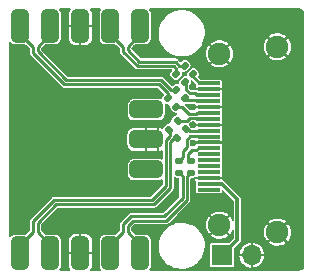
<source format=gbr>
%TF.GenerationSoftware,KiCad,Pcbnew,5.99.0-unknown-8eca23aabe~115~ubuntu20.04.1*%
%TF.CreationDate,2021-02-02T11:51:54+00:00*%
%TF.ProjectId,dvi-sock,6476692d-736f-4636-9b2e-6b696361645f,rev?*%
%TF.SameCoordinates,Original*%
%TF.FileFunction,Copper,L1,Top*%
%TF.FilePolarity,Positive*%
%FSLAX46Y46*%
G04 Gerber Fmt 4.6, Leading zero omitted, Abs format (unit mm)*
G04 Created by KiCad (PCBNEW 5.99.0-unknown-8eca23aabe~115~ubuntu20.04.1) date 2021-02-02 11:51:54*
%MOMM*%
%LPD*%
G01*
G04 APERTURE LIST*
G04 Aperture macros list*
%AMRoundRect*
0 Rectangle with rounded corners*
0 $1 Rounding radius*
0 $2 $3 $4 $5 $6 $7 $8 $9 X,Y pos of 4 corners*
0 Add a 4 corners polygon primitive as box body*
4,1,4,$2,$3,$4,$5,$6,$7,$8,$9,$2,$3,0*
0 Add four circle primitives for the rounded corners*
1,1,$1+$1,$2,$3*
1,1,$1+$1,$4,$5*
1,1,$1+$1,$6,$7*
1,1,$1+$1,$8,$9*
0 Add four rect primitives between the rounded corners*
20,1,$1+$1,$2,$3,$4,$5,0*
20,1,$1+$1,$4,$5,$6,$7,0*
20,1,$1+$1,$6,$7,$8,$9,0*
20,1,$1+$1,$8,$9,$2,$3,0*%
G04 Aperture macros list end*
%TA.AperFunction,SMDPad,CuDef*%
%ADD10RoundRect,0.135000X-0.226274X-0.035355X-0.035355X-0.226274X0.226274X0.035355X0.035355X0.226274X0*%
%TD*%
%TA.AperFunction,ComponentPad*%
%ADD11R,1.700000X1.700000*%
%TD*%
%TA.AperFunction,ComponentPad*%
%ADD12O,1.700000X1.700000*%
%TD*%
%TA.AperFunction,ComponentPad*%
%ADD13C,0.600000*%
%TD*%
%TA.AperFunction,ComponentPad*%
%ADD14RoundRect,0.381000X-0.381000X-1.019000X0.381000X-1.019000X0.381000X1.019000X-0.381000X1.019000X0*%
%TD*%
%TA.AperFunction,SMDPad,CuDef*%
%ADD15RoundRect,0.135000X0.185000X-0.135000X0.185000X0.135000X-0.185000X0.135000X-0.185000X-0.135000X0*%
%TD*%
%TA.AperFunction,SMDPad,CuDef*%
%ADD16RoundRect,0.135000X0.035355X-0.226274X0.226274X-0.035355X-0.035355X0.226274X-0.226274X0.035355X0*%
%TD*%
%TA.AperFunction,ComponentPad*%
%ADD17RoundRect,0.381000X0.381000X1.019000X-0.381000X1.019000X-0.381000X-1.019000X0.381000X-1.019000X0*%
%TD*%
%TA.AperFunction,ComponentPad*%
%ADD18RoundRect,0.381000X1.019000X-0.381000X1.019000X0.381000X-1.019000X0.381000X-1.019000X-0.381000X0*%
%TD*%
%TA.AperFunction,SMDPad,CuDef*%
%ADD19R,1.900000X0.300000*%
%TD*%
%TA.AperFunction,ComponentPad*%
%ADD20C,1.900000*%
%TD*%
%TA.AperFunction,ViaPad*%
%ADD21C,0.600000*%
%TD*%
%TA.AperFunction,Conductor*%
%ADD22C,0.250000*%
%TD*%
%TA.AperFunction,Conductor*%
%ADD23C,0.130000*%
%TD*%
%TA.AperFunction,Conductor*%
%ADD24C,0.200000*%
%TD*%
%TA.AperFunction,Conductor*%
%ADD25C,0.300000*%
%TD*%
G04 APERTURE END LIST*
D10*
%TO.P,R2,1*%
%TO.N,/PICO_D2-*%
X156039376Y-79439376D03*
%TO.P,R2,2*%
%TO.N,/D2-*%
X156760624Y-80160624D03*
%TD*%
D11*
%TO.P,J5,1,Pin_1*%
%TO.N,+5V*%
X159900000Y-94800000D03*
D12*
%TO.P,J5,2,Pin_2*%
%TO.N,GND*%
X162440000Y-94800000D03*
%TD*%
D13*
%TO.P,J1,1,Pin_1*%
%TO.N,/PICO_D0+*%
X142840000Y-95500000D03*
D14*
X142840000Y-94600000D03*
%TO.P,J1,2,Pin_2*%
%TO.N,/PICO_D0-*%
X145380000Y-94600000D03*
D13*
X145380000Y-95500000D03*
%TO.P,J1,3,Pin_3*%
%TO.N,GND*%
X147920000Y-95500000D03*
D14*
X147920000Y-94600000D03*
%TO.P,J1,4,Pin_4*%
%TO.N,/PICO_CK+*%
X150460000Y-94600000D03*
D13*
X150460000Y-95500000D03*
%TO.P,J1,5,Pin_5*%
%TO.N,/PICO_CK-*%
X153000000Y-95500000D03*
D14*
X153000000Y-94600000D03*
%TD*%
D15*
%TO.P,R8,1*%
%TO.N,/PICO_CK-*%
X157250000Y-87810000D03*
%TO.P,R8,2*%
%TO.N,/CK-*%
X157250000Y-86790000D03*
%TD*%
D16*
%TO.P,R6,1*%
%TO.N,/PICO_D0-*%
X156139376Y-84860624D03*
%TO.P,R6,2*%
%TO.N,/D0-*%
X156860624Y-84139376D03*
%TD*%
D10*
%TO.P,R1,1*%
%TO.N,/PICO_D2+*%
X156739376Y-78739376D03*
%TO.P,R1,2*%
%TO.N,/D2+*%
X157460624Y-79460624D03*
%TD*%
D15*
%TO.P,R7,1*%
%TO.N,/PICO_CK+*%
X156300000Y-87810000D03*
%TO.P,R7,2*%
%TO.N,/CK+*%
X156300000Y-86790000D03*
%TD*%
D10*
%TO.P,R3,1*%
%TO.N,/PICO_D1+*%
X156039376Y-80789376D03*
%TO.P,R3,2*%
%TO.N,/D1+*%
X156760624Y-81510624D03*
%TD*%
D13*
%TO.P,J2,1,Pin_1*%
%TO.N,/PICO_D2+*%
X153000000Y-74500000D03*
D17*
X153000000Y-75400000D03*
%TO.P,J2,2,Pin_2*%
%TO.N,/PICO_D2-*%
X150460000Y-75400000D03*
D13*
X150460000Y-74500000D03*
%TO.P,J2,3,Pin_3*%
%TO.N,GND*%
X147920000Y-74500000D03*
D17*
X147920000Y-75400000D03*
D13*
%TO.P,J2,4,Pin_4*%
%TO.N,/PICO_D1+*%
X145380000Y-74500000D03*
D17*
X145380000Y-75400000D03*
%TO.P,J2,5,Pin_5*%
%TO.N,/PICO_D1-*%
X142840000Y-75400000D03*
D13*
X142840000Y-74500000D03*
%TD*%
%TO.P,J3,1,Pin_1*%
%TO.N,unconnected-(J3-Pad1)*%
X154400000Y-87540000D03*
D18*
X153500000Y-87540000D03*
D13*
%TO.P,J3,2,Pin_2*%
%TO.N,GND*%
X154400000Y-85000000D03*
D18*
X153500000Y-85000000D03*
D13*
%TO.P,J3,3,Pin_3*%
%TO.N,unconnected-(J3-Pad3)*%
X154400000Y-82460000D03*
D18*
X153500000Y-82460000D03*
%TD*%
D16*
%TO.P,R5,1*%
%TO.N,/PICO_D0+*%
X155439376Y-84160624D03*
%TO.P,R5,2*%
%TO.N,/D0+*%
X156160624Y-83439376D03*
%TD*%
D19*
%TO.P,J4,1,D2+*%
%TO.N,/D2+*%
X158800000Y-80250000D03*
%TO.P,J4,2,D2S*%
%TO.N,GND*%
X158800000Y-80750000D03*
%TO.P,J4,3,D2-*%
%TO.N,/D2-*%
X158800000Y-81250000D03*
%TO.P,J4,4,D1+*%
%TO.N,/D1+*%
X158800000Y-81750000D03*
%TO.P,J4,5,D1S*%
%TO.N,GND*%
X158800000Y-82250000D03*
%TO.P,J4,6,D1-*%
%TO.N,/D1-*%
X158800000Y-82750000D03*
%TO.P,J4,7,D0+*%
%TO.N,/D0+*%
X158800000Y-83250000D03*
%TO.P,J4,8,D0S*%
%TO.N,GND*%
X158800000Y-83750000D03*
%TO.P,J4,9,D0-*%
%TO.N,/D0-*%
X158800000Y-84250000D03*
%TO.P,J4,10,CK+*%
%TO.N,/CK+*%
X158800000Y-84750000D03*
%TO.P,J4,11,CKS*%
%TO.N,GND*%
X158800000Y-85250000D03*
%TO.P,J4,12,CK-*%
%TO.N,/CK-*%
X158800000Y-85750000D03*
%TO.P,J4,13,CEC*%
%TO.N,unconnected-(J4-Pad13)*%
X158800000Y-86250000D03*
%TO.P,J4,14,UTILITY*%
%TO.N,unconnected-(J4-Pad14)*%
X158800000Y-86750000D03*
%TO.P,J4,15,SCL*%
%TO.N,unconnected-(J4-Pad15)*%
X158800000Y-87250000D03*
%TO.P,J4,16,SDA*%
%TO.N,unconnected-(J4-Pad16)*%
X158800000Y-87750000D03*
%TO.P,J4,17,GND*%
%TO.N,GND*%
X158800000Y-88250000D03*
%TO.P,J4,18,+5V*%
%TO.N,+5V*%
X158800000Y-88750000D03*
%TO.P,J4,19,HPD*%
%TO.N,unconnected-(J4-Pad19)*%
X158800000Y-89250000D03*
D20*
%TO.P,J4,SH,SH*%
%TO.N,GND*%
X164600000Y-77150000D03*
X159700000Y-77750000D03*
X159700000Y-92250000D03*
X164600000Y-92850000D03*
%TD*%
D10*
%TO.P,R4,1*%
%TO.N,/PICO_D1-*%
X155339376Y-81489376D03*
%TO.P,R4,2*%
%TO.N,/D1-*%
X156060624Y-82210624D03*
%TD*%
D21*
%TO.N,GND*%
X155350000Y-82600000D03*
X143260000Y-77370000D03*
X156010000Y-89470000D03*
X158440000Y-79620000D03*
X154500000Y-86300000D03*
X150950000Y-92570000D03*
X160250000Y-83750000D03*
X157430000Y-80520000D03*
X157540000Y-89750000D03*
X160250000Y-82250000D03*
X160250000Y-80750000D03*
X160250000Y-88250000D03*
X157450000Y-82250000D03*
X154800000Y-74250000D03*
X152600000Y-92600000D03*
X157500000Y-83750000D03*
X154600000Y-81200000D03*
X143300000Y-92500000D03*
X142300000Y-85000000D03*
X154950000Y-95800000D03*
X144900000Y-92500000D03*
X152670000Y-77280000D03*
X155250000Y-79600000D03*
X158200000Y-74250000D03*
X154500000Y-83700000D03*
X160250000Y-85250000D03*
X161820000Y-90350000D03*
X157500000Y-85300000D03*
X154500000Y-88800000D03*
X160590000Y-90340000D03*
X158100000Y-95800000D03*
X144990000Y-77350000D03*
X150950000Y-77440000D03*
%TD*%
D22*
%TO.N,/PICO_CK-*%
X153000000Y-93900000D02*
X151920000Y-92820000D01*
X151920000Y-92348702D02*
X152378702Y-91890000D01*
X151920000Y-92820000D02*
X151920000Y-92348702D01*
X155178702Y-91890000D02*
X156965000Y-90103702D01*
X156965000Y-90103702D02*
X156965000Y-88095000D01*
X153000000Y-93900000D02*
X153168702Y-93900000D01*
X152378702Y-91890000D02*
X155178702Y-91890000D01*
X156965000Y-88095000D02*
X157250000Y-87810000D01*
%TO.N,/PICO_CK+*%
X150460000Y-93900000D02*
X151540000Y-92820000D01*
X155021298Y-91510000D02*
X156585000Y-89946298D01*
X151540000Y-92191298D02*
X152221298Y-91510000D01*
X156585000Y-89946298D02*
X156585000Y-88095000D01*
X151540000Y-92820000D02*
X151540000Y-92191298D01*
X156585000Y-88095000D02*
X156300000Y-87810000D01*
X152221298Y-91510000D02*
X155021298Y-91510000D01*
D23*
%TO.N,GND*%
X154400000Y-85000000D02*
X154500000Y-85100000D01*
X154400000Y-85000000D02*
X154500000Y-84900000D01*
X147920000Y-76100000D02*
X147920000Y-77180000D01*
X147920000Y-93900000D02*
X147920000Y-92870000D01*
D24*
X154500000Y-85100000D02*
X154500000Y-86300000D01*
X154500000Y-84900000D02*
X154500000Y-83700000D01*
D22*
%TO.N,/PICO_D0-*%
X155540000Y-89128702D02*
X155540000Y-85210000D01*
X154178702Y-90490000D02*
X155540000Y-89128702D01*
X155889376Y-84860624D02*
X156139376Y-84860624D01*
X144300000Y-92068702D02*
X145878702Y-90490000D01*
X145878702Y-90490000D02*
X154178702Y-90490000D01*
X145380000Y-93900000D02*
X144300000Y-92820000D01*
X144300000Y-92820000D02*
X144300000Y-92068702D01*
X155540000Y-85210000D02*
X155889376Y-84860624D01*
%TO.N,/PICO_D0+*%
X143920000Y-92820000D02*
X143920000Y-91911298D01*
X155500000Y-84712570D02*
X155500000Y-84221248D01*
X155500000Y-84221248D02*
X155439376Y-84160624D01*
X155159980Y-88971318D02*
X155159980Y-85052590D01*
X143920000Y-91911298D02*
X145721298Y-90110000D01*
X145721298Y-90110000D02*
X154021298Y-90110000D01*
X142840000Y-93900000D02*
X143920000Y-92820000D01*
X155159980Y-85052590D02*
X155500000Y-84712570D01*
X154021298Y-90110000D02*
X155159980Y-88971318D01*
%TO.N,/PICO_D1-*%
X142840000Y-76100000D02*
X143920000Y-77180000D01*
X143920000Y-77688702D02*
X146571298Y-80340000D01*
X154621299Y-80340000D02*
X155339376Y-81058077D01*
X146571298Y-80340000D02*
X154621299Y-80340000D01*
X143920000Y-77180000D02*
X143920000Y-77688702D01*
X155339376Y-81058077D02*
X155339376Y-81489376D01*
%TO.N,/PICO_D1+*%
X155608077Y-80789376D02*
X156039376Y-80789376D01*
X154778701Y-79960000D02*
X155608077Y-80789376D01*
X144300000Y-77531298D02*
X146728702Y-79960000D01*
X144300000Y-77180000D02*
X144300000Y-77531298D01*
X146728702Y-79960000D02*
X154778701Y-79960000D01*
X145380000Y-76100000D02*
X144300000Y-77180000D01*
%TO.N,/PICO_D2-*%
X156039376Y-79008077D02*
X156039376Y-79439376D01*
X155821299Y-78790000D02*
X156039376Y-79008077D01*
X151540000Y-77180000D02*
X151540000Y-77558702D01*
X150460000Y-76100000D02*
X151540000Y-77180000D01*
X151540000Y-77558702D02*
X152771298Y-78790000D01*
X152771298Y-78790000D02*
X155821299Y-78790000D01*
%TO.N,/PICO_D2+*%
X151920000Y-77180000D02*
X151920000Y-77401298D01*
X151920000Y-77401298D02*
X152928702Y-78410000D01*
X156308077Y-78739376D02*
X156739376Y-78739376D01*
X152928702Y-78410000D02*
X155978701Y-78410000D01*
X153000000Y-76100000D02*
X151920000Y-77180000D01*
X155978701Y-78410000D02*
X156308077Y-78739376D01*
%TO.N,/D2+*%
X157460624Y-79689207D02*
X158021417Y-80250000D01*
X157460624Y-79460624D02*
X157460624Y-79689207D01*
X158021417Y-80250000D02*
X158800000Y-80250000D01*
%TO.N,/D2-*%
X156760624Y-80160624D02*
X156967959Y-80160624D01*
X156874989Y-80786406D02*
X157163594Y-81075011D01*
X157605011Y-81075011D02*
X157780000Y-81250000D01*
X156967959Y-80160624D02*
X156874989Y-80253594D01*
X156874989Y-80253594D02*
X156874989Y-80786406D01*
X157163594Y-81075011D02*
X157605011Y-81075011D01*
X157780000Y-81250000D02*
X158800000Y-81250000D01*
%TO.N,/D1+*%
X156760624Y-81510624D02*
X156944989Y-81694989D01*
X157716406Y-81694989D02*
X157771417Y-81750000D01*
X156944989Y-81694989D02*
X157716406Y-81694989D01*
X157771417Y-81750000D02*
X158800000Y-81750000D01*
%TO.N,/D1-*%
X157716406Y-82805011D02*
X157771417Y-82750000D01*
X156491923Y-82210624D02*
X157086310Y-82805011D01*
X156060624Y-82210624D02*
X156491923Y-82210624D01*
X157771417Y-82750000D02*
X158800000Y-82750000D01*
X157086310Y-82805011D02*
X157716406Y-82805011D01*
%TO.N,/D0+*%
X157760022Y-83250000D02*
X157705011Y-83194989D01*
X157205011Y-83194989D02*
X156960624Y-83439376D01*
X156960624Y-83439376D02*
X156160624Y-83439376D01*
X158800000Y-83250000D02*
X157760022Y-83250000D01*
X157705011Y-83194989D02*
X157205011Y-83194989D01*
%TO.N,/D0-*%
X157183594Y-84305011D02*
X157394989Y-84305011D01*
X157771417Y-84250000D02*
X158800000Y-84250000D01*
X157716406Y-84305011D02*
X157771417Y-84250000D01*
X156860624Y-84139376D02*
X157017959Y-84139376D01*
X157183594Y-84305011D02*
X157716406Y-84305011D01*
X157017959Y-84139376D02*
X157183594Y-84305011D01*
%TO.N,/CK+*%
X156939299Y-85039299D02*
X156939299Y-85660701D01*
X156300000Y-86790000D02*
X156600000Y-86490000D01*
X157233599Y-84744999D02*
X158794999Y-84744999D01*
X156939299Y-85660701D02*
X156600000Y-86000000D01*
X158794999Y-84744999D02*
X158800000Y-84750000D01*
X156939299Y-85039299D02*
X157233599Y-84744999D01*
X156600000Y-86490000D02*
X156600000Y-86000000D01*
%TO.N,/CK-*%
X157250000Y-86790000D02*
X157000000Y-86540000D01*
X157871402Y-85750000D02*
X158800000Y-85750000D01*
X157766401Y-85855001D02*
X157871402Y-85750000D01*
X157000000Y-86540000D02*
X157000000Y-86200000D01*
X157000000Y-86200000D02*
X157344999Y-85855001D01*
X157344999Y-85855001D02*
X157766401Y-85855001D01*
D25*
%TO.N,+5V*%
X158800000Y-88750000D02*
X159904020Y-88750000D01*
X159904020Y-88750000D02*
X161220000Y-90065980D01*
X161220000Y-90065980D02*
X161220000Y-93480000D01*
X161220000Y-93480000D02*
X159900000Y-94800000D01*
%TD*%
%TA.AperFunction,Conductor*%
%TO.N,GND*%
G36*
X147073275Y-73917313D02*
G01*
X147098585Y-73961150D01*
X147089795Y-74011000D01*
X147084417Y-74019048D01*
X147034461Y-74084152D01*
X147029654Y-74092479D01*
X146974822Y-74224854D01*
X146972334Y-74234137D01*
X146958317Y-74340613D01*
X146958000Y-74345448D01*
X146958000Y-75286952D01*
X146961638Y-75296948D01*
X146966925Y-75300000D01*
X148868952Y-75300000D01*
X148878948Y-75296362D01*
X148882000Y-75291075D01*
X148882000Y-74345448D01*
X148881683Y-74340613D01*
X148867666Y-74234137D01*
X148865178Y-74224854D01*
X148810346Y-74092479D01*
X148805539Y-74084152D01*
X148755583Y-74019048D01*
X148740361Y-73970772D01*
X148759733Y-73924006D01*
X148804633Y-73900633D01*
X148814291Y-73900000D01*
X149625366Y-73900000D01*
X149672932Y-73917313D01*
X149698242Y-73961150D01*
X149689452Y-74011000D01*
X149685686Y-74016866D01*
X149614149Y-74117530D01*
X149603552Y-74132442D01*
X149601844Y-74137186D01*
X149601843Y-74137188D01*
X149576876Y-74206537D01*
X149554224Y-74269455D01*
X149547500Y-74333429D01*
X149547500Y-76455501D01*
X149562263Y-76563275D01*
X149564266Y-76567904D01*
X149564267Y-76567907D01*
X149596287Y-76641900D01*
X149620097Y-76696921D01*
X149623270Y-76700839D01*
X149623271Y-76700841D01*
X149651509Y-76735712D01*
X149711740Y-76810092D01*
X149715849Y-76813012D01*
X149715852Y-76813015D01*
X149826330Y-76891526D01*
X149830442Y-76894448D01*
X149835186Y-76896156D01*
X149835188Y-76896157D01*
X149963258Y-76942265D01*
X149967455Y-76943776D01*
X149981698Y-76945273D01*
X150029503Y-76950298D01*
X150029511Y-76950298D01*
X150031429Y-76950500D01*
X150877501Y-76950500D01*
X150879994Y-76950158D01*
X150882508Y-76949987D01*
X150882575Y-76950971D01*
X150928752Y-76960964D01*
X150941632Y-76971248D01*
X151242826Y-77272442D01*
X151264218Y-77318318D01*
X151264500Y-77324768D01*
X151264500Y-77526282D01*
X151263078Y-77540719D01*
X151259501Y-77558702D01*
X151264500Y-77583834D01*
X151264500Y-77583839D01*
X151280852Y-77666045D01*
X151302611Y-77698609D01*
X151337226Y-77750413D01*
X151341657Y-77757045D01*
X151347717Y-77761094D01*
X151356906Y-77767234D01*
X151368120Y-77776437D01*
X152553565Y-78961883D01*
X152562767Y-78973096D01*
X152572955Y-78988343D01*
X152594262Y-79002580D01*
X152594264Y-79002582D01*
X152620145Y-79019875D01*
X152663955Y-79049148D01*
X152671100Y-79050569D01*
X152671102Y-79050570D01*
X152746154Y-79065499D01*
X152746159Y-79065500D01*
X152746162Y-79065500D01*
X152746170Y-79065501D01*
X152771298Y-79070499D01*
X152789281Y-79066922D01*
X152803718Y-79065500D01*
X155639923Y-79065500D01*
X155687489Y-79082813D01*
X155712799Y-79126650D01*
X155704009Y-79176500D01*
X155692249Y-79191826D01*
X155592239Y-79291836D01*
X155547511Y-79357038D01*
X155545934Y-79363685D01*
X155545933Y-79363686D01*
X155527951Y-79439460D01*
X155522948Y-79460540D01*
X155537294Y-79565946D01*
X155582353Y-79647741D01*
X155821125Y-79886513D01*
X155886327Y-79931241D01*
X155892973Y-79932818D01*
X155892975Y-79932819D01*
X155983179Y-79954226D01*
X155983181Y-79954226D01*
X155989830Y-79955804D01*
X156034186Y-79949767D01*
X156088464Y-79942380D01*
X156088466Y-79942379D01*
X156095235Y-79941458D01*
X156177030Y-79896399D01*
X156486513Y-79586916D01*
X156531241Y-79521714D01*
X156539109Y-79488560D01*
X156554226Y-79424863D01*
X156554226Y-79424861D01*
X156555804Y-79418212D01*
X156543036Y-79324402D01*
X156553776Y-79274936D01*
X156593799Y-79243946D01*
X156633446Y-79242423D01*
X156657440Y-79248117D01*
X156683179Y-79254226D01*
X156683181Y-79254226D01*
X156689830Y-79255804D01*
X156743003Y-79248567D01*
X156788464Y-79242380D01*
X156788466Y-79242379D01*
X156795235Y-79241458D01*
X156877030Y-79196399D01*
X157186513Y-78886916D01*
X157231241Y-78821714D01*
X157232819Y-78815066D01*
X157254226Y-78724863D01*
X157254226Y-78724861D01*
X157255804Y-78718212D01*
X157244281Y-78633550D01*
X158963016Y-78633550D01*
X158964538Y-78639229D01*
X158970709Y-78645240D01*
X158975952Y-78649486D01*
X159146061Y-78763149D01*
X159151998Y-78766373D01*
X159339973Y-78847133D01*
X159346392Y-78849218D01*
X159545927Y-78894369D01*
X159552636Y-78895252D01*
X159757053Y-78903284D01*
X159763812Y-78902929D01*
X159966267Y-78873575D01*
X159972846Y-78871995D01*
X160166569Y-78806235D01*
X160172739Y-78803488D01*
X160351237Y-78703525D01*
X160356813Y-78699692D01*
X160429468Y-78639266D01*
X160434827Y-78630076D01*
X160434033Y-78625455D01*
X159709226Y-77900647D01*
X159699587Y-77896152D01*
X159693688Y-77897733D01*
X158967511Y-78623911D01*
X158963016Y-78633550D01*
X157244281Y-78633550D01*
X157241458Y-78612806D01*
X157196399Y-78531011D01*
X156957627Y-78292239D01*
X156892425Y-78247511D01*
X156885779Y-78245934D01*
X156885777Y-78245933D01*
X156795573Y-78224526D01*
X156795571Y-78224526D01*
X156788922Y-78222948D01*
X156744566Y-78228985D01*
X156690288Y-78236372D01*
X156690286Y-78236373D01*
X156683517Y-78237294D01*
X156601722Y-78282353D01*
X156598030Y-78286045D01*
X156473522Y-78410554D01*
X156427646Y-78431946D01*
X156378752Y-78418845D01*
X156368870Y-78410554D01*
X156196436Y-78238120D01*
X156187233Y-78226906D01*
X156185643Y-78224526D01*
X156177044Y-78211657D01*
X156086044Y-78150852D01*
X156071519Y-78147963D01*
X156003845Y-78134501D01*
X156003840Y-78134500D01*
X156003837Y-78134500D01*
X156003829Y-78134499D01*
X155985851Y-78130923D01*
X155985850Y-78130923D01*
X155978701Y-78129501D01*
X155964851Y-78132256D01*
X155960718Y-78133078D01*
X155946281Y-78134500D01*
X153073469Y-78134500D01*
X153025903Y-78117187D01*
X153021143Y-78112826D01*
X152251292Y-77342975D01*
X152229900Y-77297099D01*
X152243001Y-77248204D01*
X152251292Y-77238323D01*
X152371338Y-77118278D01*
X152517525Y-76972091D01*
X152563402Y-76950699D01*
X152571429Y-76950559D01*
X152571429Y-76950500D01*
X153417501Y-76950500D01*
X153525275Y-76935737D01*
X153529904Y-76933734D01*
X153529907Y-76933733D01*
X153605827Y-76900879D01*
X153658921Y-76877903D01*
X153671466Y-76867745D01*
X153768171Y-76789435D01*
X153772092Y-76786260D01*
X153775012Y-76782151D01*
X153775015Y-76782148D01*
X153853526Y-76671670D01*
X153853527Y-76671669D01*
X153856448Y-76667558D01*
X153858305Y-76662402D01*
X153904265Y-76534742D01*
X153905776Y-76530545D01*
X153910425Y-76486313D01*
X153912298Y-76468497D01*
X153912298Y-76468489D01*
X153912500Y-76466571D01*
X153912500Y-75938576D01*
X154545465Y-75938576D01*
X154545568Y-75941195D01*
X154552777Y-76124676D01*
X154556309Y-76214585D01*
X154556777Y-76217148D01*
X154556778Y-76217156D01*
X154600135Y-76454552D01*
X154605936Y-76486313D01*
X154606765Y-76488797D01*
X154606765Y-76488798D01*
X154690356Y-76739350D01*
X154693354Y-76748337D01*
X154749295Y-76860293D01*
X154787251Y-76936254D01*
X154816819Y-76995430D01*
X154818308Y-76997585D01*
X154818309Y-76997586D01*
X154972371Y-77220497D01*
X154972376Y-77220503D01*
X154973868Y-77222662D01*
X154975652Y-77224591D01*
X154975652Y-77224592D01*
X155158917Y-77422846D01*
X155161368Y-77425498D01*
X155375577Y-77599892D01*
X155511216Y-77681553D01*
X155609979Y-77741013D01*
X155609983Y-77741015D01*
X155612222Y-77742363D01*
X155866579Y-77850070D01*
X155869117Y-77850743D01*
X155869120Y-77850744D01*
X156040378Y-77896152D01*
X156133576Y-77920863D01*
X156407883Y-77953329D01*
X156533380Y-77950371D01*
X156681410Y-77946883D01*
X156681414Y-77946883D01*
X156684029Y-77946821D01*
X156686604Y-77946392D01*
X156686608Y-77946392D01*
X156953920Y-77901899D01*
X156953923Y-77901898D01*
X156956502Y-77901469D01*
X156969893Y-77897234D01*
X157217374Y-77818967D01*
X157217377Y-77818966D01*
X157219868Y-77818178D01*
X157222222Y-77817047D01*
X157222226Y-77817046D01*
X157417757Y-77723153D01*
X158545618Y-77723153D01*
X158558999Y-77927305D01*
X158560054Y-77933965D01*
X158610413Y-78132256D01*
X158612669Y-78138627D01*
X158698325Y-78324428D01*
X158701693Y-78330262D01*
X158808709Y-78481686D01*
X158817446Y-78487747D01*
X158821173Y-78487405D01*
X159549353Y-77759226D01*
X159553463Y-77750413D01*
X159846152Y-77750413D01*
X159847733Y-77756312D01*
X160571696Y-78480274D01*
X160581335Y-78484769D01*
X160585867Y-78483554D01*
X160649692Y-78406813D01*
X160653525Y-78401237D01*
X160753488Y-78222739D01*
X160756235Y-78216569D01*
X160818361Y-78033550D01*
X163863016Y-78033550D01*
X163864538Y-78039229D01*
X163870709Y-78045240D01*
X163875952Y-78049486D01*
X164046061Y-78163149D01*
X164051998Y-78166373D01*
X164239973Y-78247133D01*
X164246392Y-78249218D01*
X164445927Y-78294369D01*
X164452636Y-78295252D01*
X164657053Y-78303284D01*
X164663812Y-78302929D01*
X164866267Y-78273575D01*
X164872846Y-78271995D01*
X165066569Y-78206235D01*
X165072739Y-78203488D01*
X165251237Y-78103525D01*
X165256813Y-78099692D01*
X165329468Y-78039266D01*
X165334827Y-78030076D01*
X165334033Y-78025455D01*
X164609226Y-77300647D01*
X164599587Y-77296152D01*
X164593688Y-77297733D01*
X163867511Y-78023911D01*
X163863016Y-78033550D01*
X160818361Y-78033550D01*
X160821995Y-78022846D01*
X160823575Y-78016267D01*
X160853104Y-77812607D01*
X160853474Y-77808271D01*
X160854943Y-77752166D01*
X160854802Y-77747843D01*
X160835969Y-77542895D01*
X160834739Y-77536254D01*
X160779206Y-77339350D01*
X160776784Y-77333042D01*
X160686297Y-77149553D01*
X160682772Y-77143799D01*
X160667355Y-77123153D01*
X163445618Y-77123153D01*
X163458999Y-77327305D01*
X163460054Y-77333965D01*
X163510413Y-77532256D01*
X163512669Y-77538627D01*
X163598325Y-77724428D01*
X163601693Y-77730262D01*
X163708709Y-77881686D01*
X163717446Y-77887747D01*
X163721173Y-77887405D01*
X164449353Y-77159226D01*
X164453463Y-77150413D01*
X164746152Y-77150413D01*
X164747733Y-77156312D01*
X165471696Y-77880274D01*
X165481335Y-77884769D01*
X165485867Y-77883554D01*
X165549692Y-77806813D01*
X165553525Y-77801237D01*
X165653488Y-77622739D01*
X165656235Y-77616569D01*
X165721995Y-77422846D01*
X165723575Y-77416267D01*
X165753104Y-77212607D01*
X165753474Y-77208271D01*
X165754943Y-77152166D01*
X165754802Y-77147843D01*
X165735969Y-76942895D01*
X165734739Y-76936254D01*
X165679206Y-76739350D01*
X165676784Y-76733042D01*
X165586297Y-76549553D01*
X165582772Y-76543799D01*
X165490052Y-76419632D01*
X165481156Y-76413799D01*
X165477148Y-76414274D01*
X164750647Y-77140774D01*
X164746152Y-77150413D01*
X164453463Y-77150413D01*
X164453848Y-77149587D01*
X164452267Y-77143688D01*
X163727925Y-76419347D01*
X163718286Y-76414852D01*
X163714081Y-76415979D01*
X163633435Y-76518278D01*
X163629754Y-76523948D01*
X163534501Y-76704995D01*
X163531913Y-76711241D01*
X163471247Y-76906620D01*
X163469841Y-76913236D01*
X163445795Y-77116393D01*
X163445618Y-77123153D01*
X160667355Y-77123153D01*
X160590052Y-77019632D01*
X160581156Y-77013799D01*
X160577148Y-77014274D01*
X159850647Y-77740774D01*
X159846152Y-77750413D01*
X159553463Y-77750413D01*
X159553848Y-77749587D01*
X159552267Y-77743688D01*
X158827925Y-77019347D01*
X158818286Y-77014852D01*
X158814081Y-77015979D01*
X158733435Y-77118278D01*
X158729754Y-77123948D01*
X158634501Y-77304995D01*
X158631913Y-77311241D01*
X158571247Y-77506620D01*
X158569841Y-77513236D01*
X158545795Y-77716393D01*
X158545618Y-77723153D01*
X157417757Y-77723153D01*
X157466522Y-77699736D01*
X157468869Y-77698609D01*
X157508537Y-77672104D01*
X157696362Y-77546604D01*
X157696369Y-77546599D01*
X157698540Y-77545148D01*
X157904296Y-77360857D01*
X158082033Y-77149414D01*
X158199561Y-76960964D01*
X158226824Y-76917250D01*
X158226825Y-76917248D01*
X158228204Y-76915037D01*
X158248283Y-76869619D01*
X158965011Y-76869619D01*
X158965997Y-76874575D01*
X159690774Y-77599353D01*
X159700413Y-77603848D01*
X159706312Y-77602267D01*
X160431194Y-76877384D01*
X160435689Y-76867745D01*
X160434278Y-76862480D01*
X160405610Y-76835980D01*
X160400252Y-76831868D01*
X160227220Y-76722692D01*
X160221214Y-76719632D01*
X160031192Y-76643821D01*
X160024707Y-76641900D01*
X159824054Y-76601988D01*
X159817344Y-76601283D01*
X159612773Y-76598604D01*
X159606033Y-76599135D01*
X159404412Y-76633781D01*
X159397877Y-76635532D01*
X159205941Y-76706341D01*
X159199847Y-76709247D01*
X159024023Y-76813851D01*
X159018556Y-76817823D01*
X158970128Y-76860293D01*
X158965011Y-76869619D01*
X158248283Y-76869619D01*
X158339892Y-76662402D01*
X158414870Y-76396551D01*
X158431919Y-76269619D01*
X163865011Y-76269619D01*
X163865997Y-76274575D01*
X164590774Y-76999353D01*
X164600413Y-77003848D01*
X164606312Y-77002267D01*
X165331194Y-76277384D01*
X165335689Y-76267745D01*
X165334278Y-76262480D01*
X165305610Y-76235980D01*
X165300252Y-76231868D01*
X165127220Y-76122692D01*
X165121214Y-76119632D01*
X164931192Y-76043821D01*
X164924707Y-76041900D01*
X164724054Y-76001988D01*
X164717344Y-76001283D01*
X164512773Y-75998604D01*
X164506033Y-75999135D01*
X164304412Y-76033781D01*
X164297877Y-76035532D01*
X164105941Y-76106341D01*
X164099847Y-76109247D01*
X163924023Y-76213851D01*
X163918556Y-76217823D01*
X163870128Y-76260293D01*
X163865011Y-76269619D01*
X158431919Y-76269619D01*
X158451641Y-76122787D01*
X158455500Y-76000000D01*
X158455366Y-75998106D01*
X158436177Y-75727088D01*
X158436176Y-75727081D01*
X158435991Y-75724468D01*
X158377854Y-75454433D01*
X158357129Y-75398254D01*
X158283153Y-75197734D01*
X158283152Y-75197732D01*
X158282249Y-75195284D01*
X158151083Y-74952191D01*
X157986974Y-74730004D01*
X157793195Y-74533158D01*
X157573614Y-74365579D01*
X157332611Y-74230611D01*
X157074996Y-74130947D01*
X157072453Y-74130358D01*
X157072448Y-74130356D01*
X156808454Y-74069165D01*
X156808452Y-74069165D01*
X156805908Y-74068575D01*
X156803308Y-74068350D01*
X156803303Y-74068349D01*
X156565158Y-74047724D01*
X156519263Y-74026372D01*
X156518128Y-74023944D01*
X156494777Y-74043537D01*
X156473534Y-74047888D01*
X156254911Y-74059920D01*
X155983996Y-74113808D01*
X155846993Y-74161920D01*
X155725848Y-74204463D01*
X155725845Y-74204464D01*
X155723377Y-74205331D01*
X155721057Y-74206536D01*
X155721055Y-74206537D01*
X155609658Y-74264403D01*
X155478254Y-74332662D01*
X155432191Y-74365579D01*
X155255649Y-74491737D01*
X155255645Y-74491740D01*
X155253517Y-74493261D01*
X155251629Y-74495062D01*
X155251623Y-74495067D01*
X155055544Y-74682118D01*
X155053651Y-74683924D01*
X154882644Y-74900846D01*
X154743907Y-75139699D01*
X154742924Y-75142126D01*
X154742923Y-75142128D01*
X154678978Y-75300000D01*
X154640209Y-75395717D01*
X154573619Y-75663793D01*
X154573353Y-75666386D01*
X154573353Y-75666388D01*
X154567402Y-75724468D01*
X154545465Y-75938576D01*
X153912500Y-75938576D01*
X153912500Y-74344499D01*
X153897737Y-74236725D01*
X153895645Y-74231889D01*
X153854663Y-74137188D01*
X153839903Y-74103079D01*
X153773087Y-74020567D01*
X153756608Y-73972708D01*
X153774749Y-73925452D01*
X153819021Y-73900911D01*
X153830597Y-73900000D01*
X156469468Y-73900000D01*
X156517034Y-73917313D01*
X156521137Y-73924419D01*
X156552328Y-73902538D01*
X156571543Y-73900000D01*
X166451434Y-73900000D01*
X166467645Y-73902360D01*
X166467658Y-73902282D01*
X166472450Y-73903047D01*
X166477097Y-73904430D01*
X166481943Y-73904563D01*
X166481944Y-73904563D01*
X166494869Y-73904917D01*
X166532278Y-73905943D01*
X166539911Y-73906549D01*
X166543638Y-73907040D01*
X166553126Y-73908928D01*
X166623060Y-73927667D01*
X166640906Y-73935059D01*
X166702290Y-73970498D01*
X166717617Y-73982258D01*
X166767740Y-74032381D01*
X166779498Y-74047704D01*
X166814944Y-74109096D01*
X166822334Y-74126939D01*
X166841075Y-74196884D01*
X166842963Y-74206377D01*
X166843453Y-74210103D01*
X166844057Y-74217719D01*
X166845570Y-74272903D01*
X166846953Y-74277550D01*
X166847718Y-74282342D01*
X166847640Y-74282355D01*
X166850000Y-74298566D01*
X166850000Y-95701434D01*
X166847640Y-95717645D01*
X166847718Y-95717658D01*
X166846953Y-95722450D01*
X166845570Y-95727097D01*
X166845437Y-95731943D01*
X166845437Y-95731944D01*
X166844057Y-95782276D01*
X166843453Y-95789897D01*
X166842963Y-95793623D01*
X166841075Y-95803116D01*
X166825080Y-95862812D01*
X166822334Y-95873060D01*
X166814944Y-95890904D01*
X166779500Y-95952294D01*
X166767740Y-95967619D01*
X166717617Y-96017742D01*
X166702290Y-96029502D01*
X166640906Y-96064941D01*
X166623060Y-96072333D01*
X166553126Y-96091072D01*
X166543638Y-96092960D01*
X166539911Y-96093451D01*
X166532278Y-96094057D01*
X166494869Y-96095083D01*
X166481944Y-96095437D01*
X166481943Y-96095437D01*
X166477097Y-96095570D01*
X166472450Y-96096953D01*
X166467658Y-96097718D01*
X166467645Y-96097640D01*
X166451434Y-96100000D01*
X156465127Y-96100000D01*
X156427266Y-96086219D01*
X156409252Y-96098030D01*
X156392291Y-96100000D01*
X153834634Y-96100000D01*
X153787068Y-96082687D01*
X153761758Y-96038850D01*
X153770548Y-95989000D01*
X153774314Y-95983134D01*
X153853526Y-95871670D01*
X153853527Y-95871669D01*
X153856448Y-95867558D01*
X153862502Y-95850744D01*
X153904265Y-95734742D01*
X153905776Y-95730545D01*
X153909785Y-95692400D01*
X153912298Y-95668497D01*
X153912298Y-95668489D01*
X153912500Y-95666571D01*
X153912500Y-93938576D01*
X154545465Y-93938576D01*
X154545568Y-93941195D01*
X154555783Y-94201186D01*
X154556309Y-94214585D01*
X154556777Y-94217148D01*
X154556778Y-94217156D01*
X154586743Y-94381223D01*
X154605936Y-94486313D01*
X154606765Y-94488797D01*
X154606765Y-94488798D01*
X154681581Y-94713048D01*
X154693354Y-94748337D01*
X154816819Y-94995430D01*
X154818308Y-94997585D01*
X154818309Y-94997586D01*
X154972371Y-95220497D01*
X154972376Y-95220503D01*
X154973868Y-95222662D01*
X154975652Y-95224591D01*
X154975652Y-95224592D01*
X155103227Y-95362601D01*
X155161368Y-95425498D01*
X155375577Y-95599892D01*
X155482003Y-95663965D01*
X155609979Y-95741013D01*
X155609983Y-95741015D01*
X155612222Y-95742363D01*
X155866579Y-95850070D01*
X155869117Y-95850743D01*
X155869120Y-95850744D01*
X156060431Y-95901469D01*
X156133576Y-95920863D01*
X156400989Y-95952513D01*
X156428187Y-95966222D01*
X156439818Y-95956463D01*
X156463384Y-95952021D01*
X156681410Y-95946883D01*
X156681414Y-95946883D01*
X156684029Y-95946821D01*
X156686604Y-95946392D01*
X156686608Y-95946392D01*
X156953920Y-95901899D01*
X156953923Y-95901898D01*
X156956502Y-95901469D01*
X156970883Y-95896921D01*
X157217374Y-95818967D01*
X157217377Y-95818966D01*
X157219868Y-95818178D01*
X157222222Y-95817047D01*
X157222226Y-95817046D01*
X157466522Y-95699736D01*
X157468869Y-95698609D01*
X157513935Y-95668497D01*
X157696362Y-95546604D01*
X157696369Y-95546599D01*
X157698540Y-95545148D01*
X157904296Y-95360857D01*
X158082033Y-95149414D01*
X158228204Y-94915037D01*
X158339892Y-94662402D01*
X158414870Y-94396551D01*
X158451641Y-94122787D01*
X158455500Y-94000000D01*
X158453517Y-93971995D01*
X158436177Y-93727088D01*
X158436176Y-93727081D01*
X158435991Y-93724468D01*
X158377854Y-93454433D01*
X158371228Y-93436471D01*
X158283153Y-93197734D01*
X158283152Y-93197732D01*
X158282249Y-93195284D01*
X158248939Y-93133550D01*
X158963016Y-93133550D01*
X158964538Y-93139229D01*
X158970709Y-93145240D01*
X158975952Y-93149486D01*
X159146061Y-93263149D01*
X159151998Y-93266373D01*
X159339973Y-93347133D01*
X159346392Y-93349218D01*
X159545927Y-93394369D01*
X159552636Y-93395252D01*
X159757053Y-93403284D01*
X159763812Y-93402929D01*
X159966267Y-93373575D01*
X159972846Y-93371995D01*
X160166569Y-93306235D01*
X160172739Y-93303488D01*
X160351237Y-93203525D01*
X160356813Y-93199692D01*
X160429468Y-93139266D01*
X160434827Y-93130076D01*
X160434033Y-93125455D01*
X159709226Y-92400647D01*
X159699587Y-92396152D01*
X159693688Y-92397733D01*
X158967511Y-93123911D01*
X158963016Y-93133550D01*
X158248939Y-93133550D01*
X158206965Y-93055758D01*
X158152325Y-92954492D01*
X158152322Y-92954487D01*
X158151083Y-92952191D01*
X158118644Y-92908271D01*
X158056716Y-92824428D01*
X157986974Y-92730004D01*
X157793195Y-92533158D01*
X157573614Y-92365579D01*
X157332611Y-92230611D01*
X157313333Y-92223153D01*
X158545618Y-92223153D01*
X158558999Y-92427305D01*
X158560054Y-92433965D01*
X158610413Y-92632256D01*
X158612669Y-92638627D01*
X158698325Y-92824428D01*
X158701693Y-92830262D01*
X158808709Y-92981686D01*
X158817446Y-92987747D01*
X158821173Y-92987405D01*
X159549353Y-92259226D01*
X159553848Y-92249587D01*
X159552267Y-92243688D01*
X158827925Y-91519347D01*
X158818286Y-91514852D01*
X158814081Y-91515979D01*
X158733435Y-91618278D01*
X158729754Y-91623948D01*
X158634501Y-91804995D01*
X158631913Y-91811241D01*
X158571247Y-92006620D01*
X158569841Y-92013236D01*
X158545795Y-92216393D01*
X158545618Y-92223153D01*
X157313333Y-92223153D01*
X157074996Y-92130947D01*
X157072453Y-92130358D01*
X157072448Y-92130356D01*
X156808454Y-92069165D01*
X156808452Y-92069165D01*
X156805908Y-92068575D01*
X156803308Y-92068350D01*
X156803303Y-92068349D01*
X156533325Y-92044967D01*
X156533326Y-92044967D01*
X156530716Y-92044741D01*
X156254911Y-92059920D01*
X155983996Y-92113808D01*
X155832750Y-92166922D01*
X155725848Y-92204463D01*
X155725845Y-92204464D01*
X155723377Y-92205331D01*
X155721057Y-92206536D01*
X155721055Y-92206537D01*
X155600816Y-92268996D01*
X155478254Y-92332662D01*
X155432191Y-92365579D01*
X155255649Y-92491737D01*
X155255645Y-92491740D01*
X155253517Y-92493261D01*
X155251629Y-92495062D01*
X155251623Y-92495067D01*
X155056000Y-92681683D01*
X155053651Y-92683924D01*
X155017325Y-92730004D01*
X154927704Y-92843688D01*
X154882644Y-92900846D01*
X154881333Y-92903103D01*
X154747479Y-93133550D01*
X154743907Y-93139699D01*
X154742924Y-93142126D01*
X154742923Y-93142128D01*
X154659043Y-93349218D01*
X154640209Y-93395717D01*
X154573619Y-93663793D01*
X154573353Y-93666386D01*
X154573353Y-93666388D01*
X154567553Y-93722994D01*
X154545465Y-93938576D01*
X153912500Y-93938576D01*
X153912500Y-93544499D01*
X153897737Y-93436725D01*
X153894941Y-93430262D01*
X153854663Y-93337188D01*
X153839903Y-93303079D01*
X153831320Y-93292479D01*
X153767559Y-93213740D01*
X153748260Y-93189908D01*
X153744151Y-93186988D01*
X153744148Y-93186985D01*
X153633670Y-93108474D01*
X153633669Y-93108473D01*
X153629558Y-93105552D01*
X153624814Y-93103844D01*
X153624812Y-93103843D01*
X153496742Y-93057735D01*
X153492545Y-93056224D01*
X153473906Y-93054265D01*
X153430497Y-93049702D01*
X153430489Y-93049702D01*
X153428571Y-93049500D01*
X152582499Y-93049500D01*
X152580006Y-93049842D01*
X152577492Y-93050013D01*
X152577425Y-93049032D01*
X152531243Y-93039033D01*
X152518367Y-93028752D01*
X152217174Y-92727559D01*
X152195782Y-92681683D01*
X152195500Y-92675233D01*
X152195500Y-92493469D01*
X152212813Y-92445903D01*
X152217174Y-92441143D01*
X152471144Y-92187174D01*
X152517021Y-92165782D01*
X152523470Y-92165500D01*
X155146282Y-92165500D01*
X155160719Y-92166922D01*
X155178702Y-92170499D01*
X155185851Y-92169077D01*
X155185852Y-92169077D01*
X155203830Y-92165501D01*
X155203838Y-92165500D01*
X155203841Y-92165500D01*
X155203846Y-92165499D01*
X155278896Y-92150570D01*
X155286045Y-92149148D01*
X155377045Y-92088343D01*
X155387235Y-92073093D01*
X155396437Y-92061880D01*
X156088698Y-91369619D01*
X158965011Y-91369619D01*
X158965997Y-91374575D01*
X159690774Y-92099353D01*
X159700413Y-92103848D01*
X159706312Y-92102267D01*
X160431194Y-91377384D01*
X160435689Y-91367745D01*
X160434278Y-91362480D01*
X160405610Y-91335980D01*
X160400252Y-91331868D01*
X160227220Y-91222692D01*
X160221214Y-91219632D01*
X160031192Y-91143821D01*
X160024707Y-91141900D01*
X159824054Y-91101988D01*
X159817344Y-91101283D01*
X159612773Y-91098604D01*
X159606033Y-91099135D01*
X159404412Y-91133781D01*
X159397877Y-91135532D01*
X159205941Y-91206341D01*
X159199847Y-91209247D01*
X159024023Y-91313851D01*
X159018556Y-91317823D01*
X158970128Y-91360293D01*
X158965011Y-91369619D01*
X156088698Y-91369619D01*
X157136883Y-90321435D01*
X157148097Y-90312232D01*
X157157283Y-90306094D01*
X157163343Y-90302045D01*
X157177580Y-90280738D01*
X157177583Y-90280735D01*
X157213622Y-90226798D01*
X157224148Y-90211045D01*
X157240500Y-90128839D01*
X157240500Y-90128834D01*
X157245499Y-90103702D01*
X157241922Y-90085719D01*
X157240500Y-90071282D01*
X157240500Y-88358925D01*
X157645000Y-88358925D01*
X157645000Y-88396360D01*
X157645710Y-88403570D01*
X157659183Y-88471303D01*
X157664653Y-88484508D01*
X157688327Y-88519939D01*
X157700358Y-88569107D01*
X157699376Y-88575485D01*
X157694500Y-88600000D01*
X157694500Y-88900000D01*
X157706337Y-88959507D01*
X157710387Y-88965568D01*
X157712919Y-88971681D01*
X157715127Y-89022252D01*
X157712919Y-89028319D01*
X157710387Y-89034432D01*
X157706337Y-89040493D01*
X157704915Y-89047642D01*
X157695240Y-89096282D01*
X157694500Y-89100000D01*
X157694500Y-89400000D01*
X157706337Y-89459507D01*
X157740045Y-89509955D01*
X157790493Y-89543663D01*
X157797638Y-89545084D01*
X157797640Y-89545085D01*
X157846430Y-89554790D01*
X157846431Y-89554790D01*
X157850000Y-89555500D01*
X159750000Y-89555500D01*
X159753569Y-89554790D01*
X159753570Y-89554790D01*
X159802360Y-89545085D01*
X159802362Y-89545084D01*
X159809507Y-89543663D01*
X159859955Y-89509955D01*
X159893663Y-89459507D01*
X159905500Y-89400000D01*
X159905500Y-89355103D01*
X159922813Y-89307537D01*
X159966650Y-89282227D01*
X160016500Y-89291017D01*
X160031826Y-89302777D01*
X160897826Y-90168777D01*
X160919218Y-90214653D01*
X160919500Y-90221103D01*
X160919500Y-91805560D01*
X160902187Y-91853126D01*
X160858350Y-91878436D01*
X160808500Y-91869646D01*
X160779377Y-91835546D01*
X160778285Y-91836085D01*
X160686297Y-91649553D01*
X160682772Y-91643799D01*
X160590052Y-91519632D01*
X160581156Y-91513799D01*
X160577148Y-91514274D01*
X159850647Y-92240774D01*
X159846152Y-92250413D01*
X159847733Y-92256312D01*
X160571696Y-92980274D01*
X160581335Y-92984769D01*
X160585867Y-92983554D01*
X160649692Y-92906813D01*
X160653525Y-92901237D01*
X160753488Y-92722739D01*
X160756235Y-92716569D01*
X160775427Y-92660032D01*
X160807111Y-92620555D01*
X160856757Y-92610679D01*
X160901136Y-92635026D01*
X160919500Y-92683818D01*
X160919500Y-93324877D01*
X160902187Y-93372443D01*
X160897826Y-93377203D01*
X160502203Y-93772826D01*
X160456327Y-93794218D01*
X160449877Y-93794500D01*
X159050000Y-93794500D01*
X159046431Y-93795210D01*
X159046430Y-93795210D01*
X158997640Y-93804915D01*
X158997638Y-93804916D01*
X158990493Y-93806337D01*
X158940045Y-93840045D01*
X158906337Y-93890493D01*
X158904916Y-93897638D01*
X158904915Y-93897640D01*
X158896772Y-93938576D01*
X158894500Y-93950000D01*
X158894500Y-95650000D01*
X158906337Y-95709507D01*
X158940045Y-95759955D01*
X158990493Y-95793663D01*
X158997638Y-95795084D01*
X158997640Y-95795085D01*
X159046430Y-95804790D01*
X159046431Y-95804790D01*
X159050000Y-95805500D01*
X160750000Y-95805500D01*
X160753569Y-95804790D01*
X160753570Y-95804790D01*
X160802360Y-95795085D01*
X160802362Y-95795084D01*
X160809507Y-95793663D01*
X160859955Y-95759955D01*
X160893663Y-95709507D01*
X160905500Y-95650000D01*
X160905500Y-94907792D01*
X161395391Y-94907792D01*
X161402029Y-94986840D01*
X161403330Y-94993927D01*
X161458088Y-95184892D01*
X161460739Y-95191588D01*
X161551547Y-95368282D01*
X161555452Y-95374340D01*
X161678847Y-95530027D01*
X161683853Y-95535211D01*
X161835140Y-95663965D01*
X161841059Y-95668079D01*
X162014473Y-95764998D01*
X162021074Y-95767881D01*
X162210008Y-95829269D01*
X162217053Y-95830818D01*
X162327043Y-95843934D01*
X162337400Y-95841505D01*
X162340000Y-95838030D01*
X162340000Y-94913048D01*
X162338499Y-94908925D01*
X162540000Y-94908925D01*
X162540000Y-95832326D01*
X162543638Y-95842322D01*
X162547875Y-95844768D01*
X162619588Y-95839250D01*
X162626687Y-95837998D01*
X162818033Y-95784574D01*
X162824741Y-95781972D01*
X163002062Y-95692400D01*
X163008151Y-95688536D01*
X163164696Y-95566230D01*
X163169915Y-95561260D01*
X163299725Y-95410873D01*
X163303873Y-95404993D01*
X163402004Y-95232250D01*
X163404932Y-95225675D01*
X163467640Y-95037168D01*
X163469237Y-95030144D01*
X163484042Y-94912944D01*
X163481686Y-94902573D01*
X163478295Y-94900000D01*
X162553048Y-94900000D01*
X162543052Y-94903638D01*
X162540000Y-94908925D01*
X162338499Y-94908925D01*
X162336362Y-94903052D01*
X162331075Y-94900000D01*
X161407785Y-94900000D01*
X161397789Y-94903638D01*
X161395391Y-94907792D01*
X160905500Y-94907792D01*
X160905500Y-94687033D01*
X161396121Y-94687033D01*
X161398623Y-94697372D01*
X161402188Y-94700000D01*
X162326952Y-94700000D01*
X162336948Y-94696362D01*
X162340000Y-94691075D01*
X162340000Y-93767845D01*
X162338002Y-93762356D01*
X162540000Y-93762356D01*
X162540000Y-94686952D01*
X162543638Y-94696948D01*
X162548925Y-94700000D01*
X163472147Y-94700000D01*
X163482143Y-94696362D01*
X163484447Y-94692371D01*
X163475261Y-94598686D01*
X163473862Y-94591618D01*
X163416441Y-94401434D01*
X163413697Y-94394776D01*
X163320431Y-94219367D01*
X163316445Y-94213368D01*
X163190883Y-94059414D01*
X163185812Y-94054307D01*
X163032734Y-93927669D01*
X163026768Y-93923645D01*
X162852012Y-93829155D01*
X162845374Y-93826365D01*
X162655596Y-93767619D01*
X162648536Y-93766170D01*
X162552977Y-93756126D01*
X162542657Y-93758699D01*
X162540000Y-93762356D01*
X162338002Y-93762356D01*
X162336362Y-93757849D01*
X162332290Y-93755499D01*
X162245918Y-93763359D01*
X162238841Y-93764709D01*
X162048261Y-93820799D01*
X162041585Y-93823497D01*
X161865524Y-93915539D01*
X161859503Y-93919480D01*
X161704679Y-94043961D01*
X161699526Y-94049006D01*
X161571833Y-94201186D01*
X161567763Y-94207130D01*
X161472054Y-94381223D01*
X161469218Y-94387840D01*
X161409147Y-94577206D01*
X161407651Y-94584245D01*
X161396121Y-94687033D01*
X160905500Y-94687033D01*
X160905500Y-94250124D01*
X160922813Y-94202558D01*
X160927174Y-94197798D01*
X161391422Y-93733550D01*
X163863016Y-93733550D01*
X163864538Y-93739229D01*
X163870709Y-93745240D01*
X163875952Y-93749486D01*
X164046061Y-93863149D01*
X164051998Y-93866373D01*
X164239973Y-93947133D01*
X164246392Y-93949218D01*
X164445927Y-93994369D01*
X164452636Y-93995252D01*
X164657053Y-94003284D01*
X164663812Y-94002929D01*
X164866267Y-93973575D01*
X164872846Y-93971995D01*
X165066569Y-93906235D01*
X165072739Y-93903488D01*
X165251237Y-93803525D01*
X165256813Y-93799692D01*
X165329468Y-93739266D01*
X165334827Y-93730076D01*
X165334033Y-93725455D01*
X164609226Y-93000647D01*
X164599587Y-92996152D01*
X164593688Y-92997733D01*
X163867511Y-93723911D01*
X163863016Y-93733550D01*
X161391422Y-93733550D01*
X161394895Y-93730077D01*
X161398291Y-93727146D01*
X161402147Y-93725261D01*
X161432421Y-93692625D01*
X161434347Y-93690625D01*
X161451469Y-93673503D01*
X161453395Y-93670695D01*
X161455575Y-93668072D01*
X161455654Y-93668137D01*
X161458879Y-93664103D01*
X161478227Y-93643245D01*
X161483519Y-93629981D01*
X161491226Y-93615546D01*
X161499304Y-93603770D01*
X161500882Y-93597122D01*
X161500883Y-93597119D01*
X161505870Y-93576102D01*
X161509139Y-93565765D01*
X161517747Y-93544189D01*
X161519682Y-93539339D01*
X161520500Y-93530996D01*
X161520500Y-93523118D01*
X161522500Y-93506030D01*
X161523558Y-93501573D01*
X161523558Y-93501572D01*
X161525136Y-93494923D01*
X161521176Y-93465826D01*
X161520500Y-93455847D01*
X161520500Y-92823153D01*
X163445618Y-92823153D01*
X163458999Y-93027305D01*
X163460054Y-93033965D01*
X163510413Y-93232256D01*
X163512669Y-93238627D01*
X163598325Y-93424428D01*
X163601693Y-93430262D01*
X163708709Y-93581686D01*
X163717446Y-93587747D01*
X163721173Y-93587405D01*
X164449353Y-92859226D01*
X164453463Y-92850413D01*
X164746152Y-92850413D01*
X164747733Y-92856312D01*
X165471696Y-93580274D01*
X165481335Y-93584769D01*
X165485867Y-93583554D01*
X165549692Y-93506813D01*
X165553525Y-93501237D01*
X165653488Y-93322739D01*
X165656235Y-93316569D01*
X165721995Y-93122846D01*
X165723575Y-93116267D01*
X165753104Y-92912607D01*
X165753474Y-92908271D01*
X165754943Y-92852166D01*
X165754802Y-92847843D01*
X165735969Y-92642895D01*
X165734739Y-92636254D01*
X165679206Y-92439350D01*
X165676784Y-92433042D01*
X165586297Y-92249553D01*
X165582772Y-92243799D01*
X165490052Y-92119632D01*
X165481156Y-92113799D01*
X165477148Y-92114274D01*
X164750647Y-92840774D01*
X164746152Y-92850413D01*
X164453463Y-92850413D01*
X164453848Y-92849587D01*
X164452267Y-92843688D01*
X163727925Y-92119347D01*
X163718286Y-92114852D01*
X163714081Y-92115979D01*
X163633435Y-92218278D01*
X163629754Y-92223948D01*
X163534501Y-92404995D01*
X163531913Y-92411241D01*
X163471247Y-92606620D01*
X163469841Y-92613236D01*
X163445795Y-92816393D01*
X163445618Y-92823153D01*
X161520500Y-92823153D01*
X161520500Y-91969619D01*
X163865011Y-91969619D01*
X163865997Y-91974575D01*
X164590774Y-92699353D01*
X164600413Y-92703848D01*
X164606312Y-92702267D01*
X165331194Y-91977384D01*
X165335689Y-91967745D01*
X165334278Y-91962480D01*
X165305610Y-91935980D01*
X165300252Y-91931868D01*
X165127220Y-91822692D01*
X165121214Y-91819632D01*
X164931192Y-91743821D01*
X164924707Y-91741900D01*
X164724054Y-91701988D01*
X164717344Y-91701283D01*
X164512773Y-91698604D01*
X164506033Y-91699135D01*
X164304412Y-91733781D01*
X164297877Y-91735532D01*
X164105941Y-91806341D01*
X164099847Y-91809247D01*
X163924023Y-91913851D01*
X163918556Y-91917823D01*
X163870128Y-91960293D01*
X163865011Y-91969619D01*
X161520500Y-91969619D01*
X161520500Y-90119148D01*
X161520829Y-90114669D01*
X161522223Y-90110609D01*
X161521696Y-90096553D01*
X161520552Y-90066100D01*
X161520500Y-90063324D01*
X161520500Y-90039134D01*
X161519875Y-90035779D01*
X161519562Y-90032387D01*
X161519665Y-90032378D01*
X161519093Y-90027244D01*
X161518282Y-90005646D01*
X161518026Y-89998818D01*
X161512389Y-89985697D01*
X161507631Y-89970036D01*
X161506268Y-89962715D01*
X161506267Y-89962713D01*
X161505017Y-89956001D01*
X161501276Y-89949932D01*
X161490093Y-89931788D01*
X161485097Y-89922171D01*
X161475929Y-89900833D01*
X161475928Y-89900831D01*
X161473866Y-89896032D01*
X161468545Y-89889554D01*
X161462975Y-89883984D01*
X161452307Y-89870489D01*
X161446316Y-89860769D01*
X161433275Y-89850852D01*
X161422942Y-89842995D01*
X161415408Y-89836417D01*
X160154097Y-88575105D01*
X160151166Y-88571709D01*
X160149281Y-88567853D01*
X160116645Y-88537579D01*
X160114645Y-88535653D01*
X160097523Y-88518531D01*
X160094715Y-88516605D01*
X160092092Y-88514425D01*
X160092157Y-88514346D01*
X160088123Y-88511121D01*
X160067265Y-88491773D01*
X160059131Y-88488528D01*
X160054006Y-88486483D01*
X160039565Y-88478773D01*
X160033426Y-88474561D01*
X160033423Y-88474560D01*
X160027791Y-88470696D01*
X160011910Y-88466927D01*
X159969628Y-88439097D01*
X159955000Y-88394927D01*
X159955000Y-88363048D01*
X159951362Y-88353052D01*
X159946075Y-88350000D01*
X157658048Y-88350000D01*
X157648052Y-88353638D01*
X157645000Y-88358925D01*
X157240500Y-88358925D01*
X157240500Y-88304500D01*
X157257813Y-88256934D01*
X157301650Y-88231624D01*
X157314500Y-88230500D01*
X157461847Y-88230500D01*
X157465202Y-88229875D01*
X157465204Y-88229875D01*
X157532862Y-88217274D01*
X157539579Y-88216023D01*
X157545393Y-88212439D01*
X157545396Y-88212438D01*
X157628834Y-88161006D01*
X157667664Y-88150000D01*
X159941952Y-88150000D01*
X159951948Y-88146362D01*
X159955000Y-88141075D01*
X159955000Y-88103640D01*
X159954290Y-88096430D01*
X159940817Y-88028697D01*
X159935347Y-88015492D01*
X159911673Y-87980061D01*
X159899642Y-87930893D01*
X159900624Y-87924512D01*
X159904790Y-87903569D01*
X159905500Y-87900000D01*
X159905500Y-87600000D01*
X159893663Y-87540493D01*
X159889613Y-87534432D01*
X159887081Y-87528319D01*
X159884873Y-87477748D01*
X159887081Y-87471681D01*
X159889613Y-87465568D01*
X159893663Y-87459507D01*
X159902422Y-87415476D01*
X159904790Y-87403570D01*
X159904790Y-87403569D01*
X159905500Y-87400000D01*
X159905500Y-87100000D01*
X159904279Y-87093859D01*
X159898156Y-87063081D01*
X159893663Y-87040493D01*
X159889613Y-87034432D01*
X159887081Y-87028319D01*
X159884873Y-86977748D01*
X159887081Y-86971681D01*
X159889613Y-86965568D01*
X159893663Y-86959507D01*
X159905500Y-86900000D01*
X159905500Y-86600000D01*
X159893663Y-86540493D01*
X159889613Y-86534432D01*
X159887081Y-86528319D01*
X159884873Y-86477748D01*
X159887081Y-86471681D01*
X159889613Y-86465568D01*
X159893663Y-86459507D01*
X159905500Y-86400000D01*
X159905500Y-86100000D01*
X159893663Y-86040493D01*
X159889613Y-86034432D01*
X159887081Y-86028319D01*
X159884873Y-85977748D01*
X159887081Y-85971681D01*
X159889613Y-85965568D01*
X159893663Y-85959507D01*
X159905500Y-85900000D01*
X159905500Y-85600000D01*
X159900624Y-85575488D01*
X159908324Y-85525458D01*
X159911673Y-85519939D01*
X159935347Y-85484508D01*
X159940817Y-85471303D01*
X159954290Y-85403570D01*
X159955000Y-85396360D01*
X159955000Y-85363048D01*
X159951362Y-85353052D01*
X159946075Y-85350000D01*
X157658048Y-85350000D01*
X157648052Y-85353638D01*
X157645000Y-85358925D01*
X157645000Y-85396360D01*
X157645710Y-85403570D01*
X157659183Y-85471301D01*
X157661619Y-85477182D01*
X157663827Y-85527753D01*
X157633013Y-85567912D01*
X157593252Y-85579501D01*
X157377419Y-85579501D01*
X157362982Y-85578079D01*
X157352148Y-85575924D01*
X157344999Y-85574502D01*
X157337850Y-85575924D01*
X157319871Y-85579500D01*
X157319864Y-85579501D01*
X157319862Y-85579501D01*
X157319855Y-85579502D01*
X157319851Y-85579503D01*
X157303235Y-85582808D01*
X157253205Y-85575108D01*
X157219830Y-85537050D01*
X157214799Y-85510230D01*
X157214799Y-85184066D01*
X157232112Y-85136500D01*
X157236473Y-85131740D01*
X157326040Y-85042173D01*
X157371916Y-85020781D01*
X157378366Y-85020499D01*
X157571542Y-85020499D01*
X157619108Y-85037812D01*
X157644418Y-85081649D01*
X157645185Y-85101755D01*
X157645000Y-85103633D01*
X157645000Y-85136952D01*
X157648638Y-85146948D01*
X157653925Y-85150000D01*
X159941952Y-85150000D01*
X159951948Y-85146362D01*
X159955000Y-85141075D01*
X159955000Y-85103640D01*
X159954290Y-85096430D01*
X159940817Y-85028697D01*
X159935347Y-85015492D01*
X159911673Y-84980061D01*
X159899642Y-84930893D01*
X159900624Y-84924512D01*
X159904790Y-84903569D01*
X159905500Y-84900000D01*
X159905500Y-84600000D01*
X159893663Y-84540493D01*
X159889613Y-84534432D01*
X159887081Y-84528319D01*
X159884873Y-84477748D01*
X159887081Y-84471681D01*
X159889613Y-84465568D01*
X159893663Y-84459507D01*
X159905500Y-84400000D01*
X159905500Y-84100000D01*
X159900624Y-84075488D01*
X159908324Y-84025458D01*
X159911673Y-84019939D01*
X159935347Y-83984508D01*
X159940817Y-83971303D01*
X159954290Y-83903570D01*
X159955000Y-83896360D01*
X159955000Y-83863048D01*
X159951362Y-83853052D01*
X159946075Y-83850000D01*
X157658048Y-83850000D01*
X157648052Y-83853638D01*
X157645000Y-83858925D01*
X157645000Y-83896360D01*
X157645710Y-83903572D01*
X157653170Y-83941075D01*
X157645470Y-83991104D01*
X157607412Y-84024480D01*
X157580592Y-84029511D01*
X157374568Y-84029511D01*
X157327002Y-84012198D01*
X157318442Y-84003166D01*
X157317647Y-84001722D01*
X157099645Y-83783720D01*
X157078253Y-83737844D01*
X157091354Y-83688949D01*
X157110858Y-83669866D01*
X157152906Y-83641770D01*
X157152909Y-83641767D01*
X157158967Y-83637719D01*
X157169157Y-83622469D01*
X157178359Y-83611256D01*
X157297453Y-83492163D01*
X157343330Y-83470771D01*
X157349779Y-83470489D01*
X157572374Y-83470489D01*
X157613486Y-83482960D01*
X157620740Y-83487807D01*
X157650672Y-83528629D01*
X157652206Y-83563773D01*
X157645710Y-83596430D01*
X157645000Y-83603640D01*
X157645000Y-83636952D01*
X157648638Y-83646948D01*
X157653925Y-83650000D01*
X159941952Y-83650000D01*
X159951948Y-83646362D01*
X159955000Y-83641075D01*
X159955000Y-83603640D01*
X159954290Y-83596430D01*
X159940817Y-83528697D01*
X159935347Y-83515492D01*
X159911673Y-83480061D01*
X159899642Y-83430893D01*
X159900624Y-83424512D01*
X159904790Y-83403569D01*
X159905500Y-83400000D01*
X159905500Y-83100000D01*
X159893663Y-83040493D01*
X159889613Y-83034432D01*
X159887081Y-83028319D01*
X159884873Y-82977748D01*
X159887081Y-82971681D01*
X159889613Y-82965568D01*
X159893663Y-82959507D01*
X159899867Y-82928319D01*
X159904790Y-82903570D01*
X159904790Y-82903569D01*
X159905500Y-82900000D01*
X159905500Y-82600000D01*
X159900624Y-82575488D01*
X159908324Y-82525458D01*
X159911673Y-82519939D01*
X159935347Y-82484508D01*
X159940817Y-82471303D01*
X159954290Y-82403570D01*
X159955000Y-82396360D01*
X159955000Y-82363048D01*
X159951362Y-82353052D01*
X159946075Y-82350000D01*
X157658048Y-82350000D01*
X157648052Y-82353638D01*
X157645000Y-82358925D01*
X157645000Y-82396360D01*
X157645710Y-82403572D01*
X157653170Y-82441075D01*
X157645470Y-82491104D01*
X157607412Y-82524480D01*
X157580592Y-82529511D01*
X157231077Y-82529511D01*
X157183511Y-82512198D01*
X157178751Y-82507837D01*
X156800443Y-82129529D01*
X156779051Y-82083653D01*
X156792152Y-82034758D01*
X156817063Y-82012387D01*
X156876558Y-81979612D01*
X156926700Y-81971850D01*
X156944989Y-81975488D01*
X156962972Y-81971911D01*
X156977409Y-81970489D01*
X157580592Y-81970489D01*
X157628158Y-81987802D01*
X157653468Y-82031639D01*
X157653170Y-82058925D01*
X157645710Y-82096428D01*
X157645000Y-82103640D01*
X157645000Y-82136952D01*
X157648638Y-82146948D01*
X157653925Y-82150000D01*
X159941952Y-82150000D01*
X159951948Y-82146362D01*
X159955000Y-82141075D01*
X159955000Y-82103640D01*
X159954290Y-82096430D01*
X159940817Y-82028697D01*
X159935347Y-82015492D01*
X159911673Y-81980061D01*
X159899642Y-81930893D01*
X159900624Y-81924512D01*
X159904790Y-81903569D01*
X159905500Y-81900000D01*
X159905500Y-81600000D01*
X159893663Y-81540493D01*
X159889613Y-81534432D01*
X159887081Y-81528319D01*
X159884873Y-81477748D01*
X159887081Y-81471681D01*
X159889613Y-81465568D01*
X159893663Y-81459507D01*
X159905500Y-81400000D01*
X159905500Y-81100000D01*
X159900624Y-81075488D01*
X159908324Y-81025458D01*
X159911673Y-81019939D01*
X159935347Y-80984508D01*
X159940817Y-80971303D01*
X159954290Y-80903570D01*
X159955000Y-80896360D01*
X159955000Y-80863048D01*
X159951362Y-80853052D01*
X159946075Y-80850000D01*
X157785892Y-80850000D01*
X157744779Y-80837528D01*
X157718417Y-80819913D01*
X157718412Y-80819911D01*
X157712354Y-80815863D01*
X157690611Y-80811538D01*
X157630155Y-80799512D01*
X157630150Y-80799511D01*
X157630147Y-80799511D01*
X157630139Y-80799510D01*
X157612161Y-80795934D01*
X157612160Y-80795934D01*
X157605011Y-80794512D01*
X157597862Y-80795934D01*
X157587028Y-80798089D01*
X157572591Y-80799511D01*
X157308361Y-80799511D01*
X157260795Y-80782198D01*
X157256035Y-80777837D01*
X157172163Y-80693965D01*
X157150771Y-80648089D01*
X157150489Y-80641639D01*
X157150489Y-80403421D01*
X157166597Y-80359164D01*
X157166302Y-80358967D01*
X157167109Y-80357760D01*
X157167110Y-80357758D01*
X157180539Y-80337660D01*
X157180541Y-80337658D01*
X157180546Y-80337651D01*
X157181076Y-80336858D01*
X157190274Y-80325651D01*
X157207761Y-80308164D01*
X157252489Y-80242962D01*
X157254067Y-80236314D01*
X157275474Y-80146111D01*
X157275474Y-80146109D01*
X157277052Y-80139460D01*
X157268189Y-80074342D01*
X157278929Y-80024876D01*
X157318952Y-79993886D01*
X157369532Y-79995873D01*
X157393839Y-80012037D01*
X157672826Y-80291024D01*
X157694218Y-80336900D01*
X157694500Y-80343350D01*
X157694500Y-80400000D01*
X157695210Y-80403569D01*
X157699376Y-80424512D01*
X157691676Y-80474542D01*
X157688327Y-80480061D01*
X157664653Y-80515492D01*
X157659183Y-80528697D01*
X157645710Y-80596430D01*
X157645000Y-80603640D01*
X157645000Y-80636952D01*
X157648638Y-80646948D01*
X157653925Y-80650000D01*
X159941952Y-80650000D01*
X159951948Y-80646362D01*
X159955000Y-80641075D01*
X159955000Y-80603640D01*
X159954290Y-80596430D01*
X159940817Y-80528697D01*
X159935347Y-80515492D01*
X159911673Y-80480061D01*
X159899642Y-80430893D01*
X159900624Y-80424512D01*
X159904790Y-80403569D01*
X159905500Y-80400000D01*
X159905500Y-80100000D01*
X159901181Y-80078286D01*
X159895085Y-80047640D01*
X159895084Y-80047638D01*
X159893663Y-80040493D01*
X159859955Y-79990045D01*
X159809507Y-79956337D01*
X159802362Y-79954916D01*
X159802360Y-79954915D01*
X159753570Y-79945210D01*
X159753569Y-79945210D01*
X159750000Y-79944500D01*
X158136184Y-79944500D01*
X158088618Y-79927187D01*
X158083858Y-79922826D01*
X157890805Y-79729773D01*
X157869413Y-79683897D01*
X157882514Y-79635002D01*
X157890804Y-79625123D01*
X157905344Y-79610582D01*
X157905349Y-79610576D01*
X157907761Y-79608164D01*
X157952489Y-79542962D01*
X157957532Y-79521714D01*
X157975474Y-79446111D01*
X157975474Y-79446109D01*
X157977052Y-79439460D01*
X157962706Y-79334054D01*
X157917647Y-79252259D01*
X157678875Y-79013487D01*
X157613673Y-78968759D01*
X157607027Y-78967182D01*
X157607025Y-78967181D01*
X157516821Y-78945774D01*
X157516819Y-78945774D01*
X157510170Y-78944196D01*
X157465814Y-78950233D01*
X157411536Y-78957620D01*
X157411534Y-78957621D01*
X157404765Y-78958542D01*
X157322970Y-79003601D01*
X157013487Y-79313084D01*
X156968759Y-79378286D01*
X156967182Y-79384933D01*
X156967181Y-79384934D01*
X156949239Y-79460540D01*
X156944196Y-79481788D01*
X156948726Y-79515066D01*
X156956964Y-79575597D01*
X156946224Y-79625064D01*
X156906201Y-79656054D01*
X156866554Y-79657577D01*
X156840665Y-79651433D01*
X156816821Y-79645774D01*
X156816819Y-79645774D01*
X156810170Y-79644196D01*
X156765814Y-79650233D01*
X156711536Y-79657620D01*
X156711534Y-79657621D01*
X156704765Y-79658542D01*
X156622970Y-79703601D01*
X156313487Y-80013084D01*
X156268759Y-80078286D01*
X156267182Y-80084933D01*
X156267181Y-80084934D01*
X156252663Y-80146111D01*
X156244196Y-80181788D01*
X156245118Y-80188561D01*
X156247652Y-80207182D01*
X156236912Y-80256648D01*
X156196888Y-80287638D01*
X156157241Y-80289161D01*
X156095573Y-80274526D01*
X156095571Y-80274526D01*
X156088922Y-80272948D01*
X156044566Y-80278985D01*
X155990288Y-80286372D01*
X155990286Y-80286373D01*
X155983517Y-80287294D01*
X155901722Y-80332353D01*
X155773522Y-80460553D01*
X155727646Y-80481945D01*
X155678751Y-80468844D01*
X155668870Y-80460553D01*
X154996436Y-79788120D01*
X154987233Y-79776906D01*
X154981093Y-79767717D01*
X154977044Y-79761657D01*
X154886044Y-79700852D01*
X154871519Y-79697963D01*
X154803845Y-79684501D01*
X154803840Y-79684500D01*
X154803837Y-79684500D01*
X154803829Y-79684499D01*
X154785851Y-79680923D01*
X154785850Y-79680923D01*
X154778701Y-79679501D01*
X154771552Y-79680923D01*
X154760718Y-79683078D01*
X154746281Y-79684500D01*
X146873470Y-79684500D01*
X146825904Y-79667187D01*
X146821144Y-79662826D01*
X144597174Y-77438857D01*
X144575782Y-77392981D01*
X144575500Y-77386531D01*
X144575500Y-77324767D01*
X144592813Y-77277201D01*
X144597174Y-77272441D01*
X144897525Y-76972091D01*
X144943402Y-76950699D01*
X144951429Y-76950559D01*
X144951429Y-76950500D01*
X145797501Y-76950500D01*
X145905275Y-76935737D01*
X145909904Y-76933734D01*
X145909907Y-76933733D01*
X145985827Y-76900879D01*
X146038921Y-76877903D01*
X146051466Y-76867745D01*
X146148171Y-76789435D01*
X146152092Y-76786260D01*
X146155012Y-76782151D01*
X146155015Y-76782148D01*
X146233526Y-76671670D01*
X146233527Y-76671669D01*
X146236448Y-76667558D01*
X146238305Y-76662402D01*
X146284265Y-76534742D01*
X146285776Y-76530545D01*
X146290425Y-76486313D01*
X146292298Y-76468497D01*
X146292298Y-76468489D01*
X146292500Y-76466571D01*
X146292500Y-75508925D01*
X146958000Y-75508925D01*
X146958000Y-76454552D01*
X146958317Y-76459387D01*
X146972334Y-76565863D01*
X146974822Y-76575146D01*
X147029654Y-76707521D01*
X147034461Y-76715848D01*
X147121680Y-76829514D01*
X147128486Y-76836320D01*
X147242152Y-76923539D01*
X147250479Y-76928346D01*
X147382854Y-76983178D01*
X147392137Y-76985666D01*
X147498613Y-76999683D01*
X147503448Y-77000000D01*
X148336552Y-77000000D01*
X148341387Y-76999683D01*
X148447863Y-76985666D01*
X148457146Y-76983178D01*
X148589521Y-76928346D01*
X148597848Y-76923539D01*
X148711514Y-76836320D01*
X148718320Y-76829514D01*
X148805539Y-76715848D01*
X148810346Y-76707521D01*
X148865178Y-76575146D01*
X148867666Y-76565863D01*
X148881683Y-76459387D01*
X148882000Y-76454552D01*
X148882000Y-75513048D01*
X148878362Y-75503052D01*
X148873075Y-75500000D01*
X146971048Y-75500000D01*
X146961052Y-75503638D01*
X146958000Y-75508925D01*
X146292500Y-75508925D01*
X146292500Y-74344499D01*
X146277737Y-74236725D01*
X146275645Y-74231889D01*
X146234663Y-74137188D01*
X146219903Y-74103079D01*
X146153087Y-74020567D01*
X146136608Y-73972708D01*
X146154749Y-73925452D01*
X146199021Y-73900911D01*
X146210597Y-73900000D01*
X147025709Y-73900000D01*
X147073275Y-73917313D01*
G37*
%TD.AperFunction*%
%TA.AperFunction,Conductor*%
G36*
X155926500Y-88161183D02*
G01*
X155934281Y-88166358D01*
X155984473Y-88204524D01*
X155991032Y-88206423D01*
X155991033Y-88206424D01*
X156069161Y-88229049D01*
X156074172Y-88230500D01*
X156235500Y-88230500D01*
X156283066Y-88247813D01*
X156308376Y-88291650D01*
X156309500Y-88304500D01*
X156309500Y-89801530D01*
X156292187Y-89849096D01*
X156287826Y-89853856D01*
X154928857Y-91212826D01*
X154882981Y-91234218D01*
X154876531Y-91234500D01*
X152253718Y-91234500D01*
X152239281Y-91233078D01*
X152228447Y-91230923D01*
X152221298Y-91229501D01*
X152214149Y-91230923D01*
X152214148Y-91230923D01*
X152196170Y-91234499D01*
X152196162Y-91234500D01*
X152196159Y-91234500D01*
X152196154Y-91234501D01*
X152121102Y-91249430D01*
X152121100Y-91249431D01*
X152113955Y-91250852D01*
X152084982Y-91270211D01*
X152044265Y-91297417D01*
X152044263Y-91297419D01*
X152044260Y-91297421D01*
X152034628Y-91303857D01*
X152022955Y-91311657D01*
X152018906Y-91317717D01*
X152012768Y-91326903D01*
X152003565Y-91338117D01*
X151368120Y-91973563D01*
X151356907Y-91982765D01*
X151341657Y-91992955D01*
X151337609Y-91999013D01*
X151326322Y-92015905D01*
X151280852Y-92083955D01*
X151264500Y-92166161D01*
X151264500Y-92166166D01*
X151259501Y-92191298D01*
X151260923Y-92198447D01*
X151263078Y-92209281D01*
X151264500Y-92223718D01*
X151264500Y-92675232D01*
X151247187Y-92722798D01*
X151242826Y-92727558D01*
X150942475Y-93027909D01*
X150896599Y-93049301D01*
X150888571Y-93049441D01*
X150888571Y-93049500D01*
X150042499Y-93049500D01*
X149934725Y-93064263D01*
X149930096Y-93066266D01*
X149930093Y-93066267D01*
X149854173Y-93099121D01*
X149801079Y-93122097D01*
X149797161Y-93125270D01*
X149797159Y-93125271D01*
X149779922Y-93139229D01*
X149687908Y-93213740D01*
X149684988Y-93217849D01*
X149684985Y-93217852D01*
X149614832Y-93316569D01*
X149603552Y-93332442D01*
X149601844Y-93337186D01*
X149601843Y-93337188D01*
X149588743Y-93373575D01*
X149554224Y-93469455D01*
X149553758Y-93473890D01*
X149547756Y-93530996D01*
X149547500Y-93533429D01*
X149547500Y-95655501D01*
X149562263Y-95763275D01*
X149564266Y-95767904D01*
X149564267Y-95767907D01*
X149592144Y-95832326D01*
X149620097Y-95896921D01*
X149686913Y-95979433D01*
X149703392Y-96027292D01*
X149685251Y-96074548D01*
X149640979Y-96099089D01*
X149629403Y-96100000D01*
X148814291Y-96100000D01*
X148766725Y-96082687D01*
X148741415Y-96038850D01*
X148750205Y-95989000D01*
X148755583Y-95980952D01*
X148805539Y-95915848D01*
X148810346Y-95907521D01*
X148865178Y-95775146D01*
X148867666Y-95765863D01*
X148881683Y-95659387D01*
X148882000Y-95654552D01*
X148882000Y-94713048D01*
X148878362Y-94703052D01*
X148873075Y-94700000D01*
X146971048Y-94700000D01*
X146961052Y-94703638D01*
X146958000Y-94708925D01*
X146958000Y-95654552D01*
X146958317Y-95659387D01*
X146972334Y-95765863D01*
X146974822Y-95775146D01*
X147029654Y-95907521D01*
X147034461Y-95915848D01*
X147084417Y-95980952D01*
X147099639Y-96029228D01*
X147080267Y-96075994D01*
X147035367Y-96099367D01*
X147025709Y-96100000D01*
X146214634Y-96100000D01*
X146167068Y-96082687D01*
X146141758Y-96038850D01*
X146150548Y-95989000D01*
X146154314Y-95983134D01*
X146233526Y-95871670D01*
X146233527Y-95871669D01*
X146236448Y-95867558D01*
X146242502Y-95850744D01*
X146284265Y-95734742D01*
X146285776Y-95730545D01*
X146289785Y-95692400D01*
X146292298Y-95668497D01*
X146292298Y-95668489D01*
X146292500Y-95666571D01*
X146292500Y-93545448D01*
X146958000Y-93545448D01*
X146958000Y-94486952D01*
X146961638Y-94496948D01*
X146966925Y-94500000D01*
X148868952Y-94500000D01*
X148878948Y-94496362D01*
X148882000Y-94491075D01*
X148882000Y-93545448D01*
X148881683Y-93540613D01*
X148867666Y-93434137D01*
X148865178Y-93424854D01*
X148810346Y-93292479D01*
X148805539Y-93284152D01*
X148718320Y-93170486D01*
X148711514Y-93163680D01*
X148597848Y-93076461D01*
X148589521Y-93071654D01*
X148457146Y-93016822D01*
X148447863Y-93014334D01*
X148341387Y-93000317D01*
X148336552Y-93000000D01*
X147503448Y-93000000D01*
X147498613Y-93000317D01*
X147392137Y-93014334D01*
X147382854Y-93016822D01*
X147250479Y-93071654D01*
X147242152Y-93076461D01*
X147128486Y-93163680D01*
X147121680Y-93170486D01*
X147034461Y-93284152D01*
X147029654Y-93292479D01*
X146974822Y-93424854D01*
X146972334Y-93434137D01*
X146958317Y-93540613D01*
X146958000Y-93545448D01*
X146292500Y-93545448D01*
X146292500Y-93544499D01*
X146277737Y-93436725D01*
X146274941Y-93430262D01*
X146234663Y-93337188D01*
X146219903Y-93303079D01*
X146211320Y-93292479D01*
X146147559Y-93213740D01*
X146128260Y-93189908D01*
X146124151Y-93186988D01*
X146124148Y-93186985D01*
X146013670Y-93108474D01*
X146013669Y-93108473D01*
X146009558Y-93105552D01*
X146004814Y-93103844D01*
X146004812Y-93103843D01*
X145876742Y-93057735D01*
X145872545Y-93056224D01*
X145853906Y-93054265D01*
X145810497Y-93049702D01*
X145810489Y-93049702D01*
X145808571Y-93049500D01*
X144962499Y-93049500D01*
X144960006Y-93049842D01*
X144957492Y-93050013D01*
X144957425Y-93049032D01*
X144911243Y-93039033D01*
X144898367Y-93028752D01*
X144597174Y-92727559D01*
X144575782Y-92681683D01*
X144575500Y-92675233D01*
X144575500Y-92213469D01*
X144592813Y-92165903D01*
X144597174Y-92161143D01*
X145971144Y-90787174D01*
X146017021Y-90765782D01*
X146023470Y-90765500D01*
X154146282Y-90765500D01*
X154160719Y-90766922D01*
X154178702Y-90770499D01*
X154185851Y-90769077D01*
X154185852Y-90769077D01*
X154203830Y-90765501D01*
X154203838Y-90765500D01*
X154203841Y-90765500D01*
X154203846Y-90765499D01*
X154278896Y-90750570D01*
X154286045Y-90749148D01*
X154377045Y-90688343D01*
X154387235Y-90673093D01*
X154396437Y-90661880D01*
X155711880Y-89346437D01*
X155723094Y-89337234D01*
X155732283Y-89331094D01*
X155738343Y-89327045D01*
X155799148Y-89236045D01*
X155815500Y-89153839D01*
X155815500Y-89153834D01*
X155820499Y-89128702D01*
X155816922Y-89110719D01*
X155815500Y-89096282D01*
X155815500Y-88225269D01*
X155832813Y-88177703D01*
X155876650Y-88152393D01*
X155926500Y-88161183D01*
G37*
%TD.AperFunction*%
%TA.AperFunction,Conductor*%
G36*
X142011000Y-76718195D02*
G01*
X142031509Y-76735712D01*
X142091740Y-76810092D01*
X142095849Y-76813012D01*
X142095852Y-76813015D01*
X142206330Y-76891526D01*
X142210442Y-76894448D01*
X142215186Y-76896156D01*
X142215188Y-76896157D01*
X142343258Y-76942265D01*
X142347455Y-76943776D01*
X142361698Y-76945273D01*
X142409503Y-76950298D01*
X142409511Y-76950298D01*
X142411429Y-76950500D01*
X143257501Y-76950500D01*
X143259994Y-76950158D01*
X143262508Y-76949987D01*
X143262575Y-76950971D01*
X143308752Y-76960964D01*
X143321632Y-76971248D01*
X143622826Y-77272442D01*
X143644218Y-77318318D01*
X143644500Y-77324768D01*
X143644500Y-77656282D01*
X143643078Y-77670719D01*
X143639501Y-77688702D01*
X143644500Y-77713834D01*
X143644500Y-77713839D01*
X143660852Y-77796045D01*
X143721657Y-77887045D01*
X143736906Y-77897234D01*
X143748120Y-77906437D01*
X146353565Y-80511883D01*
X146362767Y-80523096D01*
X146372955Y-80538343D01*
X146379015Y-80542392D01*
X146394260Y-80552579D01*
X146394263Y-80552581D01*
X146394265Y-80552583D01*
X146463956Y-80599149D01*
X146571298Y-80620500D01*
X146578447Y-80619078D01*
X146589287Y-80616922D01*
X146603723Y-80615500D01*
X154476532Y-80615500D01*
X154524098Y-80632813D01*
X154528858Y-80637174D01*
X155010553Y-81118870D01*
X155031945Y-81164747D01*
X155018844Y-81213641D01*
X155010553Y-81223522D01*
X154892239Y-81341836D01*
X154847511Y-81407038D01*
X154845934Y-81413685D01*
X154845933Y-81413686D01*
X154836756Y-81452358D01*
X154822948Y-81510540D01*
X154823870Y-81517313D01*
X154823636Y-81522096D01*
X154804020Y-81568759D01*
X154758999Y-81591897D01*
X154724658Y-81588106D01*
X154634745Y-81555736D01*
X154634744Y-81555736D01*
X154630545Y-81554224D01*
X154611906Y-81552265D01*
X154568497Y-81547702D01*
X154568489Y-81547702D01*
X154566571Y-81547500D01*
X152444499Y-81547500D01*
X152336725Y-81562263D01*
X152332096Y-81564266D01*
X152332093Y-81564267D01*
X152268245Y-81591897D01*
X152203079Y-81620097D01*
X152199161Y-81623270D01*
X152199159Y-81623271D01*
X152135201Y-81675063D01*
X152089908Y-81711740D01*
X152086988Y-81715849D01*
X152086985Y-81715852D01*
X152026419Y-81801079D01*
X152005552Y-81830442D01*
X152003844Y-81835186D01*
X152003843Y-81835188D01*
X151969664Y-81930125D01*
X151956224Y-81967455D01*
X151949500Y-82031429D01*
X151949500Y-82877501D01*
X151964263Y-82985275D01*
X151966266Y-82989904D01*
X151966267Y-82989907D01*
X151974769Y-83009554D01*
X152022097Y-83118921D01*
X152025270Y-83122839D01*
X152025271Y-83122841D01*
X152040949Y-83142202D01*
X152113740Y-83232092D01*
X152117849Y-83235012D01*
X152117852Y-83235015D01*
X152228330Y-83313526D01*
X152232442Y-83316448D01*
X152237186Y-83318156D01*
X152237188Y-83318157D01*
X152365258Y-83364265D01*
X152369455Y-83365776D01*
X152388094Y-83367735D01*
X152431503Y-83372298D01*
X152431511Y-83372298D01*
X152433429Y-83372500D01*
X154555501Y-83372500D01*
X154663275Y-83357737D01*
X154667904Y-83355734D01*
X154667907Y-83355733D01*
X154743827Y-83322879D01*
X154796921Y-83299903D01*
X154805477Y-83292975D01*
X154906171Y-83211435D01*
X154910092Y-83208260D01*
X154913012Y-83204151D01*
X154913015Y-83204148D01*
X154991526Y-83093670D01*
X154991527Y-83093669D01*
X154994448Y-83089558D01*
X155005136Y-83059873D01*
X155042265Y-82956742D01*
X155043776Y-82952545D01*
X155049299Y-82900000D01*
X155050298Y-82890497D01*
X155050298Y-82890489D01*
X155050500Y-82888571D01*
X155050500Y-82042499D01*
X155049840Y-82037683D01*
X155060539Y-81988209D01*
X155100537Y-81957186D01*
X155151118Y-81959131D01*
X155165017Y-81966622D01*
X155186327Y-81981241D01*
X155192973Y-81982818D01*
X155192975Y-81982819D01*
X155289830Y-82005804D01*
X155288995Y-82009324D01*
X155325499Y-82025499D01*
X155500000Y-82200000D01*
X155503358Y-82196642D01*
X155505252Y-82197525D01*
X155541045Y-82233319D01*
X155547302Y-82254612D01*
X155558542Y-82337194D01*
X155603601Y-82418989D01*
X155842373Y-82657761D01*
X155907575Y-82702489D01*
X155914221Y-82704066D01*
X155914223Y-82704067D01*
X156004427Y-82725474D01*
X156004429Y-82725474D01*
X156011078Y-82727052D01*
X156017850Y-82726130D01*
X156024673Y-82726464D01*
X156024586Y-82728240D01*
X156065482Y-82737116D01*
X156096475Y-82777137D01*
X156100000Y-82799703D01*
X156100000Y-82863708D01*
X156082687Y-82911274D01*
X156046346Y-82931315D01*
X156047309Y-82934228D01*
X156040823Y-82936373D01*
X156034054Y-82937294D01*
X156028072Y-82940589D01*
X156028070Y-82940590D01*
X156006369Y-82952545D01*
X155952259Y-82982353D01*
X155713487Y-83221125D01*
X155668759Y-83286327D01*
X155667182Y-83292973D01*
X155667181Y-83292975D01*
X155653645Y-83350015D01*
X155625817Y-83392298D01*
X155603229Y-83403229D01*
X155600000Y-83400000D01*
X155400000Y-83600000D01*
X155403358Y-83603358D01*
X155399087Y-83612518D01*
X155363294Y-83648311D01*
X155342000Y-83654569D01*
X155334327Y-83655613D01*
X155319577Y-83657620D01*
X155319575Y-83657621D01*
X155312806Y-83658542D01*
X155231011Y-83703601D01*
X154992239Y-83942373D01*
X154947511Y-84007575D01*
X154936299Y-84054822D01*
X154932157Y-84072274D01*
X154904329Y-84114557D01*
X154855833Y-84129061D01*
X154820595Y-84115937D01*
X154820047Y-84116886D01*
X154807521Y-84109654D01*
X154675146Y-84054822D01*
X154665863Y-84052334D01*
X154559387Y-84038317D01*
X154554552Y-84038000D01*
X153613048Y-84038000D01*
X153603052Y-84041638D01*
X153600000Y-84046925D01*
X153600000Y-85948952D01*
X153603638Y-85958948D01*
X153608925Y-85962000D01*
X154554552Y-85962000D01*
X154559387Y-85961683D01*
X154665863Y-85947666D01*
X154675146Y-85945178D01*
X154782161Y-85900851D01*
X154832732Y-85898643D01*
X154872891Y-85929458D01*
X154884480Y-85969218D01*
X154884480Y-86623272D01*
X154867167Y-86670838D01*
X154823330Y-86696148D01*
X154776611Y-86687910D01*
X154776140Y-86688811D01*
X154771669Y-86686474D01*
X154767558Y-86683552D01*
X154762814Y-86681844D01*
X154762812Y-86681843D01*
X154634742Y-86635735D01*
X154630545Y-86634224D01*
X154611906Y-86632265D01*
X154568497Y-86627702D01*
X154568489Y-86627702D01*
X154566571Y-86627500D01*
X152444499Y-86627500D01*
X152336725Y-86642263D01*
X152332096Y-86644266D01*
X152332093Y-86644267D01*
X152270692Y-86670838D01*
X152203079Y-86700097D01*
X152199161Y-86703270D01*
X152199159Y-86703271D01*
X152123857Y-86764249D01*
X152089908Y-86791740D01*
X152086988Y-86795849D01*
X152086985Y-86795852D01*
X152008474Y-86906330D01*
X152005552Y-86910442D01*
X152003844Y-86915186D01*
X152003843Y-86915188D01*
X151983504Y-86971681D01*
X151956224Y-87047455D01*
X151955758Y-87051890D01*
X151950319Y-87103640D01*
X151949500Y-87111429D01*
X151949500Y-87957501D01*
X151964263Y-88065275D01*
X152022097Y-88198921D01*
X152025270Y-88202839D01*
X152025271Y-88202841D01*
X152035946Y-88216023D01*
X152113740Y-88312092D01*
X152117849Y-88315012D01*
X152117852Y-88315015D01*
X152228330Y-88393526D01*
X152232442Y-88396448D01*
X152237186Y-88398156D01*
X152237188Y-88398157D01*
X152350903Y-88439097D01*
X152369455Y-88445776D01*
X152388094Y-88447735D01*
X152431503Y-88452298D01*
X152431511Y-88452298D01*
X152433429Y-88452500D01*
X154555501Y-88452500D01*
X154663275Y-88437737D01*
X154667904Y-88435734D01*
X154667907Y-88435733D01*
X154742230Y-88403570D01*
X154781092Y-88386753D01*
X154831621Y-88383751D01*
X154872259Y-88413931D01*
X154884480Y-88454667D01*
X154884480Y-88826550D01*
X154867167Y-88874116D01*
X154862806Y-88878876D01*
X153928857Y-89812826D01*
X153882981Y-89834218D01*
X153876531Y-89834500D01*
X145753718Y-89834500D01*
X145739281Y-89833078D01*
X145728447Y-89830923D01*
X145721298Y-89829501D01*
X145714149Y-89830923D01*
X145714148Y-89830923D01*
X145696170Y-89834499D01*
X145696162Y-89834500D01*
X145696159Y-89834500D01*
X145696154Y-89834501D01*
X145653454Y-89842995D01*
X145613955Y-89850852D01*
X145522955Y-89911657D01*
X145518906Y-89917717D01*
X145512766Y-89926906D01*
X145503563Y-89938120D01*
X143748120Y-91693563D01*
X143736907Y-91702765D01*
X143721657Y-91712955D01*
X143660852Y-91803955D01*
X143644500Y-91886161D01*
X143644500Y-91886166D01*
X143639501Y-91911298D01*
X143640923Y-91918447D01*
X143643078Y-91929281D01*
X143644500Y-91943718D01*
X143644500Y-92675232D01*
X143627187Y-92722798D01*
X143622826Y-92727558D01*
X143322475Y-93027909D01*
X143276599Y-93049301D01*
X143268571Y-93049441D01*
X143268571Y-93049500D01*
X142422499Y-93049500D01*
X142314725Y-93064263D01*
X142310096Y-93066266D01*
X142310093Y-93066267D01*
X142234173Y-93099121D01*
X142181079Y-93122097D01*
X142177161Y-93125270D01*
X142177159Y-93125271D01*
X142159922Y-93139229D01*
X142067908Y-93213740D01*
X142064986Y-93217852D01*
X142034320Y-93261004D01*
X141992654Y-93289748D01*
X141942260Y-93284985D01*
X141906717Y-93248944D01*
X141900000Y-93218138D01*
X141900000Y-84583448D01*
X151900000Y-84583448D01*
X151900000Y-85416552D01*
X151900317Y-85421387D01*
X151914334Y-85527863D01*
X151916822Y-85537146D01*
X151971654Y-85669521D01*
X151976461Y-85677848D01*
X152063680Y-85791514D01*
X152070486Y-85798320D01*
X152184152Y-85885539D01*
X152192479Y-85890346D01*
X152324854Y-85945178D01*
X152334137Y-85947666D01*
X152440613Y-85961683D01*
X152445448Y-85962000D01*
X153386952Y-85962000D01*
X153396948Y-85958362D01*
X153400000Y-85953075D01*
X153400000Y-84051048D01*
X153396362Y-84041052D01*
X153391075Y-84038000D01*
X152445448Y-84038000D01*
X152440613Y-84038317D01*
X152334137Y-84052334D01*
X152324854Y-84054822D01*
X152192479Y-84109654D01*
X152184152Y-84114461D01*
X152070486Y-84201680D01*
X152063680Y-84208486D01*
X151976461Y-84322152D01*
X151971654Y-84330479D01*
X151916822Y-84462854D01*
X151914334Y-84472137D01*
X151900317Y-84578613D01*
X151900000Y-84583448D01*
X141900000Y-84583448D01*
X141900000Y-76782281D01*
X141917313Y-76734715D01*
X141961150Y-76709405D01*
X142011000Y-76718195D01*
G37*
%TD.AperFunction*%
%TD*%
M02*

</source>
